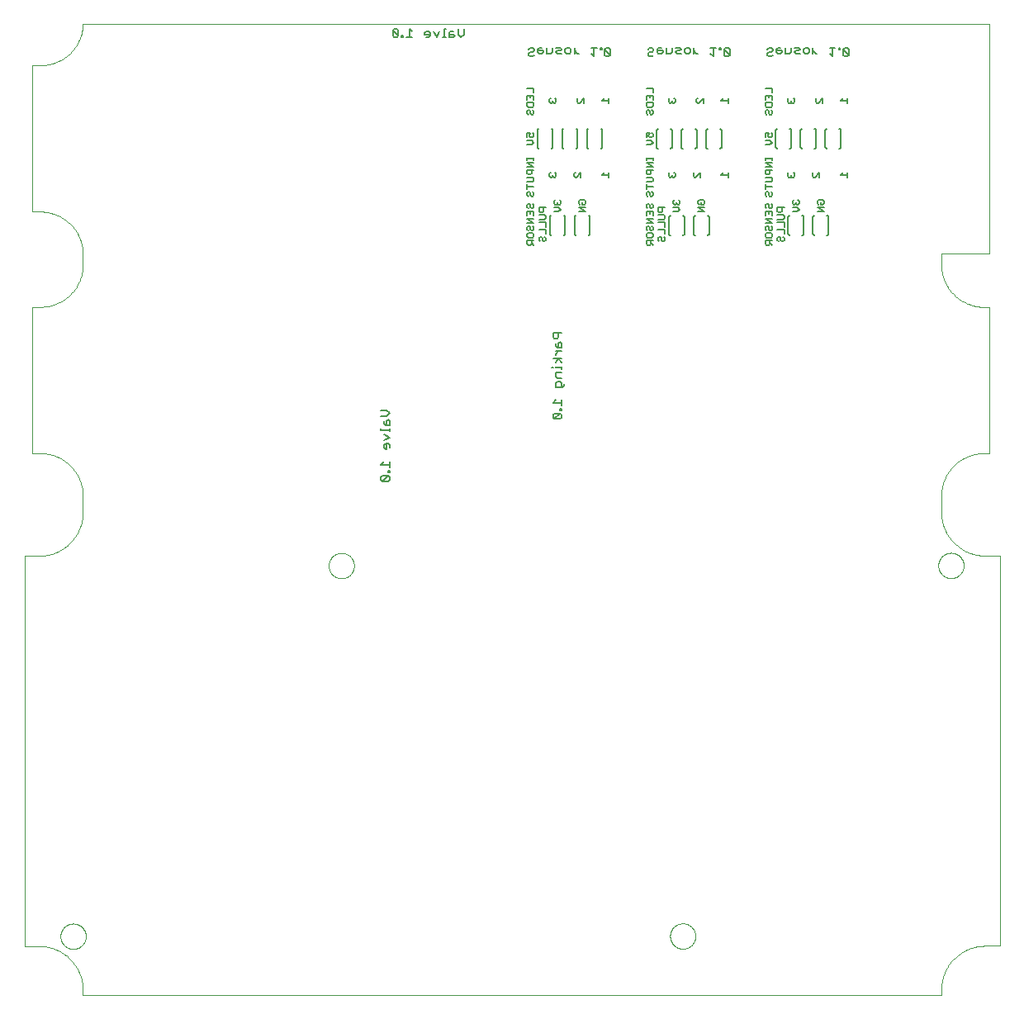
<source format=gbo>
G75*
%MOIN*%
%OFA0B0*%
%FSLAX25Y25*%
%IPPOS*%
%LPD*%
%AMOC8*
5,1,8,0,0,1.08239X$1,22.5*
%
%ADD10C,0.00000*%
%ADD11C,0.00600*%
%ADD12C,0.00500*%
D10*
X0008491Y0022031D02*
X0008919Y0022026D01*
X0009347Y0022010D01*
X0009774Y0021984D01*
X0010201Y0021948D01*
X0010627Y0021902D01*
X0011051Y0021845D01*
X0011474Y0021778D01*
X0011895Y0021701D01*
X0012314Y0021614D01*
X0012731Y0021516D01*
X0013145Y0021409D01*
X0013557Y0021291D01*
X0013966Y0021164D01*
X0014371Y0021027D01*
X0014774Y0020880D01*
X0015172Y0020723D01*
X0015567Y0020557D01*
X0015957Y0020381D01*
X0016343Y0020196D01*
X0016725Y0020002D01*
X0017101Y0019798D01*
X0017473Y0019586D01*
X0017839Y0019364D01*
X0018200Y0019134D01*
X0018555Y0018895D01*
X0018905Y0018647D01*
X0019248Y0018392D01*
X0019585Y0018127D01*
X0019916Y0017855D01*
X0020240Y0017575D01*
X0020557Y0017288D01*
X0020867Y0016992D01*
X0021169Y0016690D01*
X0021465Y0016380D01*
X0021752Y0016063D01*
X0022032Y0015739D01*
X0022304Y0015408D01*
X0022569Y0015071D01*
X0022824Y0014728D01*
X0023072Y0014378D01*
X0023311Y0014023D01*
X0023541Y0013662D01*
X0023763Y0013296D01*
X0023975Y0012924D01*
X0024179Y0012548D01*
X0024373Y0012166D01*
X0024558Y0011780D01*
X0024734Y0011390D01*
X0024900Y0010995D01*
X0025057Y0010597D01*
X0025204Y0010194D01*
X0025341Y0009789D01*
X0025468Y0009380D01*
X0025586Y0008968D01*
X0025693Y0008554D01*
X0025791Y0008137D01*
X0025878Y0007718D01*
X0025955Y0007297D01*
X0026022Y0006874D01*
X0026079Y0006450D01*
X0026125Y0006024D01*
X0026161Y0005597D01*
X0026187Y0005170D01*
X0026203Y0004742D01*
X0026208Y0004314D01*
X0026208Y0002375D01*
X0197133Y0002375D01*
X0201739Y0002375D01*
X0372664Y0002375D01*
X0372664Y0004373D01*
X0372669Y0004801D01*
X0372685Y0005229D01*
X0372711Y0005656D01*
X0372747Y0006083D01*
X0372793Y0006509D01*
X0372850Y0006933D01*
X0372917Y0007356D01*
X0372994Y0007777D01*
X0373081Y0008196D01*
X0373179Y0008613D01*
X0373286Y0009027D01*
X0373404Y0009439D01*
X0373531Y0009848D01*
X0373668Y0010253D01*
X0373815Y0010656D01*
X0373972Y0011054D01*
X0374138Y0011449D01*
X0374314Y0011839D01*
X0374499Y0012225D01*
X0374693Y0012607D01*
X0374897Y0012983D01*
X0375109Y0013355D01*
X0375331Y0013721D01*
X0375561Y0014082D01*
X0375800Y0014437D01*
X0376048Y0014787D01*
X0376303Y0015130D01*
X0376568Y0015467D01*
X0376840Y0015798D01*
X0377120Y0016122D01*
X0377407Y0016439D01*
X0377703Y0016749D01*
X0378005Y0017051D01*
X0378315Y0017347D01*
X0378632Y0017634D01*
X0378956Y0017914D01*
X0379287Y0018186D01*
X0379624Y0018451D01*
X0379967Y0018706D01*
X0380317Y0018954D01*
X0380672Y0019193D01*
X0381033Y0019423D01*
X0381399Y0019645D01*
X0381771Y0019857D01*
X0382147Y0020061D01*
X0382529Y0020255D01*
X0382915Y0020440D01*
X0383305Y0020616D01*
X0383700Y0020782D01*
X0384098Y0020939D01*
X0384501Y0021086D01*
X0384906Y0021223D01*
X0385315Y0021350D01*
X0385727Y0021468D01*
X0386141Y0021575D01*
X0386558Y0021673D01*
X0386977Y0021760D01*
X0387398Y0021837D01*
X0387821Y0021904D01*
X0388245Y0021961D01*
X0388671Y0022007D01*
X0389098Y0022043D01*
X0389525Y0022069D01*
X0389953Y0022085D01*
X0390381Y0022090D01*
X0396286Y0022090D01*
X0396286Y0179570D01*
X0390381Y0179570D01*
X0371483Y0175633D02*
X0371485Y0175776D01*
X0371491Y0175919D01*
X0371501Y0176061D01*
X0371515Y0176203D01*
X0371533Y0176345D01*
X0371555Y0176487D01*
X0371580Y0176627D01*
X0371610Y0176767D01*
X0371644Y0176906D01*
X0371681Y0177044D01*
X0371723Y0177181D01*
X0371768Y0177316D01*
X0371817Y0177450D01*
X0371869Y0177583D01*
X0371925Y0177715D01*
X0371985Y0177844D01*
X0372049Y0177972D01*
X0372116Y0178099D01*
X0372187Y0178223D01*
X0372261Y0178345D01*
X0372338Y0178465D01*
X0372419Y0178583D01*
X0372503Y0178699D01*
X0372590Y0178812D01*
X0372680Y0178923D01*
X0372774Y0179031D01*
X0372870Y0179137D01*
X0372969Y0179239D01*
X0373072Y0179339D01*
X0373176Y0179436D01*
X0373284Y0179531D01*
X0373394Y0179622D01*
X0373507Y0179710D01*
X0373622Y0179794D01*
X0373739Y0179876D01*
X0373859Y0179954D01*
X0373980Y0180029D01*
X0374104Y0180101D01*
X0374230Y0180169D01*
X0374357Y0180233D01*
X0374487Y0180294D01*
X0374618Y0180351D01*
X0374750Y0180405D01*
X0374884Y0180454D01*
X0375019Y0180501D01*
X0375156Y0180543D01*
X0375294Y0180581D01*
X0375432Y0180616D01*
X0375572Y0180646D01*
X0375712Y0180673D01*
X0375853Y0180696D01*
X0375995Y0180715D01*
X0376137Y0180730D01*
X0376280Y0180741D01*
X0376422Y0180748D01*
X0376565Y0180751D01*
X0376708Y0180750D01*
X0376851Y0180745D01*
X0376994Y0180736D01*
X0377136Y0180723D01*
X0377278Y0180706D01*
X0377419Y0180685D01*
X0377560Y0180660D01*
X0377700Y0180632D01*
X0377839Y0180599D01*
X0377977Y0180562D01*
X0378114Y0180522D01*
X0378250Y0180478D01*
X0378385Y0180430D01*
X0378518Y0180378D01*
X0378650Y0180323D01*
X0378780Y0180264D01*
X0378909Y0180201D01*
X0379035Y0180135D01*
X0379160Y0180065D01*
X0379283Y0179992D01*
X0379403Y0179916D01*
X0379522Y0179836D01*
X0379638Y0179752D01*
X0379752Y0179666D01*
X0379863Y0179576D01*
X0379972Y0179484D01*
X0380078Y0179388D01*
X0380182Y0179290D01*
X0380283Y0179188D01*
X0380380Y0179084D01*
X0380475Y0178977D01*
X0380567Y0178868D01*
X0380656Y0178756D01*
X0380742Y0178641D01*
X0380824Y0178525D01*
X0380903Y0178405D01*
X0380979Y0178284D01*
X0381051Y0178161D01*
X0381120Y0178036D01*
X0381185Y0177909D01*
X0381247Y0177780D01*
X0381305Y0177649D01*
X0381360Y0177517D01*
X0381410Y0177383D01*
X0381457Y0177248D01*
X0381501Y0177112D01*
X0381540Y0176975D01*
X0381575Y0176836D01*
X0381607Y0176697D01*
X0381635Y0176557D01*
X0381659Y0176416D01*
X0381679Y0176274D01*
X0381695Y0176132D01*
X0381707Y0175990D01*
X0381715Y0175847D01*
X0381719Y0175704D01*
X0381719Y0175562D01*
X0381715Y0175419D01*
X0381707Y0175276D01*
X0381695Y0175134D01*
X0381679Y0174992D01*
X0381659Y0174850D01*
X0381635Y0174709D01*
X0381607Y0174569D01*
X0381575Y0174430D01*
X0381540Y0174291D01*
X0381501Y0174154D01*
X0381457Y0174018D01*
X0381410Y0173883D01*
X0381360Y0173749D01*
X0381305Y0173617D01*
X0381247Y0173486D01*
X0381185Y0173357D01*
X0381120Y0173230D01*
X0381051Y0173105D01*
X0380979Y0172982D01*
X0380903Y0172861D01*
X0380824Y0172741D01*
X0380742Y0172625D01*
X0380656Y0172510D01*
X0380567Y0172398D01*
X0380475Y0172289D01*
X0380380Y0172182D01*
X0380283Y0172078D01*
X0380182Y0171976D01*
X0380078Y0171878D01*
X0379972Y0171782D01*
X0379863Y0171690D01*
X0379752Y0171600D01*
X0379638Y0171514D01*
X0379522Y0171430D01*
X0379403Y0171350D01*
X0379283Y0171274D01*
X0379160Y0171201D01*
X0379035Y0171131D01*
X0378909Y0171065D01*
X0378780Y0171002D01*
X0378650Y0170943D01*
X0378518Y0170888D01*
X0378385Y0170836D01*
X0378250Y0170788D01*
X0378114Y0170744D01*
X0377977Y0170704D01*
X0377839Y0170667D01*
X0377700Y0170634D01*
X0377560Y0170606D01*
X0377419Y0170581D01*
X0377278Y0170560D01*
X0377136Y0170543D01*
X0376994Y0170530D01*
X0376851Y0170521D01*
X0376708Y0170516D01*
X0376565Y0170515D01*
X0376422Y0170518D01*
X0376280Y0170525D01*
X0376137Y0170536D01*
X0375995Y0170551D01*
X0375853Y0170570D01*
X0375712Y0170593D01*
X0375572Y0170620D01*
X0375432Y0170650D01*
X0375294Y0170685D01*
X0375156Y0170723D01*
X0375019Y0170765D01*
X0374884Y0170812D01*
X0374750Y0170861D01*
X0374618Y0170915D01*
X0374487Y0170972D01*
X0374357Y0171033D01*
X0374230Y0171097D01*
X0374104Y0171165D01*
X0373980Y0171237D01*
X0373859Y0171312D01*
X0373739Y0171390D01*
X0373622Y0171472D01*
X0373507Y0171556D01*
X0373394Y0171644D01*
X0373284Y0171735D01*
X0373176Y0171830D01*
X0373072Y0171927D01*
X0372969Y0172027D01*
X0372870Y0172129D01*
X0372774Y0172235D01*
X0372680Y0172343D01*
X0372590Y0172454D01*
X0372503Y0172567D01*
X0372419Y0172683D01*
X0372338Y0172801D01*
X0372261Y0172921D01*
X0372187Y0173043D01*
X0372116Y0173167D01*
X0372049Y0173294D01*
X0371985Y0173422D01*
X0371925Y0173551D01*
X0371869Y0173683D01*
X0371817Y0173816D01*
X0371768Y0173950D01*
X0371723Y0174085D01*
X0371681Y0174222D01*
X0371644Y0174360D01*
X0371610Y0174499D01*
X0371580Y0174639D01*
X0371555Y0174779D01*
X0371533Y0174921D01*
X0371515Y0175063D01*
X0371501Y0175205D01*
X0371491Y0175347D01*
X0371485Y0175490D01*
X0371483Y0175633D01*
X0372664Y0197286D02*
X0372664Y0199225D01*
X0372664Y0204225D01*
X0372665Y0204225D02*
X0372682Y0204641D01*
X0372709Y0205056D01*
X0372747Y0205470D01*
X0372794Y0205884D01*
X0372851Y0206296D01*
X0372919Y0206706D01*
X0372996Y0207115D01*
X0373083Y0207522D01*
X0373180Y0207927D01*
X0373286Y0208329D01*
X0373402Y0208728D01*
X0373528Y0209125D01*
X0373664Y0209518D01*
X0373809Y0209908D01*
X0373963Y0210294D01*
X0374127Y0210677D01*
X0374299Y0211055D01*
X0374481Y0211430D01*
X0374672Y0211799D01*
X0374872Y0212164D01*
X0375080Y0212524D01*
X0375297Y0212879D01*
X0375523Y0213229D01*
X0375757Y0213573D01*
X0375999Y0213911D01*
X0376250Y0214243D01*
X0376508Y0214569D01*
X0376774Y0214889D01*
X0377048Y0215202D01*
X0377329Y0215509D01*
X0377618Y0215808D01*
X0377914Y0216101D01*
X0378216Y0216386D01*
X0378526Y0216664D01*
X0378842Y0216935D01*
X0379165Y0217197D01*
X0379494Y0217452D01*
X0379828Y0217699D01*
X0380169Y0217938D01*
X0380516Y0218168D01*
X0380868Y0218390D01*
X0381225Y0218603D01*
X0381587Y0218808D01*
X0381954Y0219004D01*
X0382326Y0219191D01*
X0382702Y0219368D01*
X0383082Y0219537D01*
X0383466Y0219697D01*
X0383854Y0219847D01*
X0384246Y0219987D01*
X0384641Y0220119D01*
X0385039Y0220240D01*
X0385439Y0220352D01*
X0385843Y0220455D01*
X0386248Y0220547D01*
X0386656Y0220630D01*
X0387066Y0220703D01*
X0387477Y0220765D01*
X0387889Y0220818D01*
X0388303Y0220861D01*
X0388718Y0220894D01*
X0389133Y0220917D01*
X0389549Y0220930D01*
X0389965Y0220933D01*
X0390381Y0220925D01*
X0390381Y0220926D02*
X0392118Y0220926D01*
X0392118Y0280006D01*
X0390381Y0280006D01*
X0390380Y0280006D02*
X0389964Y0279999D01*
X0389548Y0280002D01*
X0389132Y0280015D01*
X0388716Y0280038D01*
X0388301Y0280072D01*
X0387887Y0280115D01*
X0387475Y0280168D01*
X0387063Y0280231D01*
X0386653Y0280304D01*
X0386246Y0280387D01*
X0385840Y0280480D01*
X0385436Y0280583D01*
X0385035Y0280695D01*
X0384638Y0280817D01*
X0384243Y0280948D01*
X0383851Y0281089D01*
X0383463Y0281240D01*
X0383078Y0281400D01*
X0382698Y0281569D01*
X0382322Y0281747D01*
X0381950Y0281934D01*
X0381583Y0282130D01*
X0381221Y0282335D01*
X0380863Y0282549D01*
X0380511Y0282771D01*
X0380165Y0283002D01*
X0379824Y0283240D01*
X0379489Y0283488D01*
X0379160Y0283743D01*
X0378838Y0284006D01*
X0378521Y0284276D01*
X0378212Y0284555D01*
X0377909Y0284840D01*
X0377613Y0285133D01*
X0377325Y0285433D01*
X0377044Y0285740D01*
X0376770Y0286054D01*
X0376504Y0286374D01*
X0376246Y0286700D01*
X0375995Y0287033D01*
X0375753Y0287371D01*
X0375519Y0287716D01*
X0375293Y0288066D01*
X0375076Y0288421D01*
X0374868Y0288781D01*
X0374668Y0289146D01*
X0374478Y0289516D01*
X0374296Y0289891D01*
X0374123Y0290270D01*
X0373960Y0290652D01*
X0373806Y0291039D01*
X0373661Y0291429D01*
X0373526Y0291823D01*
X0373400Y0292220D01*
X0373284Y0292620D01*
X0373177Y0293022D01*
X0373081Y0293427D01*
X0372994Y0293834D01*
X0372917Y0294243D01*
X0372850Y0294654D01*
X0372793Y0295066D01*
X0372746Y0295480D01*
X0372708Y0295894D01*
X0372681Y0296310D01*
X0372664Y0296726D01*
X0372664Y0296725D02*
X0372664Y0301725D01*
X0392118Y0301725D01*
X0392118Y0394225D01*
X0348993Y0394225D01*
X0343993Y0394225D01*
X0300868Y0394225D01*
X0295868Y0394225D01*
X0252743Y0394225D01*
X0247743Y0394225D01*
X0204618Y0394225D01*
X0203993Y0394225D01*
X0199618Y0394225D01*
X0138368Y0394225D01*
X0133368Y0394225D01*
X0026208Y0394225D01*
X0026207Y0394226D02*
X0026190Y0393810D01*
X0026163Y0393395D01*
X0026125Y0392981D01*
X0026078Y0392567D01*
X0026021Y0392155D01*
X0025953Y0391745D01*
X0025876Y0391336D01*
X0025789Y0390929D01*
X0025692Y0390524D01*
X0025586Y0390122D01*
X0025470Y0389723D01*
X0025344Y0389326D01*
X0025208Y0388933D01*
X0025063Y0388543D01*
X0024909Y0388157D01*
X0024745Y0387774D01*
X0024573Y0387396D01*
X0024391Y0387021D01*
X0024200Y0386652D01*
X0024000Y0386287D01*
X0023792Y0385927D01*
X0023575Y0385572D01*
X0023349Y0385222D01*
X0023115Y0384878D01*
X0022873Y0384540D01*
X0022622Y0384208D01*
X0022364Y0383882D01*
X0022098Y0383562D01*
X0021824Y0383249D01*
X0021543Y0382942D01*
X0021254Y0382643D01*
X0020958Y0382350D01*
X0020656Y0382065D01*
X0020346Y0381787D01*
X0020030Y0381516D01*
X0019707Y0381254D01*
X0019378Y0380999D01*
X0019044Y0380752D01*
X0018703Y0380513D01*
X0018356Y0380283D01*
X0018004Y0380061D01*
X0017647Y0379848D01*
X0017285Y0379643D01*
X0016918Y0379447D01*
X0016546Y0379260D01*
X0016170Y0379083D01*
X0015790Y0378914D01*
X0015406Y0378754D01*
X0015018Y0378604D01*
X0014626Y0378464D01*
X0014231Y0378332D01*
X0013833Y0378211D01*
X0013433Y0378099D01*
X0013029Y0377996D01*
X0012624Y0377904D01*
X0012216Y0377821D01*
X0011806Y0377748D01*
X0011395Y0377686D01*
X0010983Y0377633D01*
X0010569Y0377590D01*
X0010154Y0377557D01*
X0009739Y0377534D01*
X0009323Y0377521D01*
X0008907Y0377518D01*
X0008491Y0377526D01*
X0008491Y0377525D02*
X0005868Y0377525D01*
X0005868Y0318445D01*
X0008491Y0318445D01*
X0008492Y0318445D02*
X0008914Y0318452D01*
X0009337Y0318449D01*
X0009759Y0318435D01*
X0010182Y0318411D01*
X0010603Y0318376D01*
X0011023Y0318332D01*
X0011442Y0318277D01*
X0011860Y0318211D01*
X0012276Y0318136D01*
X0012690Y0318050D01*
X0013102Y0317954D01*
X0013511Y0317848D01*
X0013918Y0317732D01*
X0014321Y0317606D01*
X0014722Y0317470D01*
X0015118Y0317325D01*
X0015512Y0317170D01*
X0015901Y0317005D01*
X0016286Y0316830D01*
X0016667Y0316647D01*
X0017043Y0316454D01*
X0017414Y0316251D01*
X0017780Y0316040D01*
X0018141Y0315820D01*
X0018497Y0315591D01*
X0018846Y0315353D01*
X0019190Y0315107D01*
X0019528Y0314853D01*
X0019859Y0314590D01*
X0020183Y0314319D01*
X0020501Y0314041D01*
X0020812Y0313754D01*
X0021116Y0313460D01*
X0021413Y0313159D01*
X0021702Y0312851D01*
X0021983Y0312535D01*
X0022257Y0312213D01*
X0022523Y0311884D01*
X0022780Y0311549D01*
X0023029Y0311207D01*
X0023270Y0310860D01*
X0023502Y0310506D01*
X0023725Y0310147D01*
X0023940Y0309783D01*
X0024145Y0309414D01*
X0024342Y0309039D01*
X0024529Y0308660D01*
X0024706Y0308276D01*
X0024875Y0307889D01*
X0025033Y0307497D01*
X0025182Y0307101D01*
X0025322Y0306702D01*
X0025451Y0306300D01*
X0025571Y0305894D01*
X0025680Y0305486D01*
X0025780Y0305075D01*
X0025869Y0304662D01*
X0025948Y0304246D01*
X0026017Y0303829D01*
X0026076Y0303411D01*
X0026124Y0302991D01*
X0026163Y0302570D01*
X0026190Y0302148D01*
X0026208Y0301725D01*
X0026208Y0296725D01*
X0026207Y0296726D02*
X0026190Y0296310D01*
X0026163Y0295895D01*
X0026125Y0295481D01*
X0026078Y0295067D01*
X0026021Y0294655D01*
X0025953Y0294245D01*
X0025876Y0293836D01*
X0025789Y0293429D01*
X0025692Y0293024D01*
X0025586Y0292622D01*
X0025470Y0292223D01*
X0025344Y0291826D01*
X0025208Y0291433D01*
X0025063Y0291043D01*
X0024909Y0290657D01*
X0024745Y0290274D01*
X0024573Y0289896D01*
X0024391Y0289521D01*
X0024200Y0289152D01*
X0024000Y0288787D01*
X0023792Y0288427D01*
X0023575Y0288072D01*
X0023349Y0287722D01*
X0023115Y0287378D01*
X0022873Y0287040D01*
X0022622Y0286708D01*
X0022364Y0286382D01*
X0022098Y0286062D01*
X0021824Y0285749D01*
X0021543Y0285442D01*
X0021254Y0285143D01*
X0020958Y0284850D01*
X0020656Y0284565D01*
X0020346Y0284287D01*
X0020030Y0284016D01*
X0019707Y0283754D01*
X0019378Y0283499D01*
X0019044Y0283252D01*
X0018703Y0283013D01*
X0018356Y0282783D01*
X0018004Y0282561D01*
X0017647Y0282348D01*
X0017285Y0282143D01*
X0016918Y0281947D01*
X0016546Y0281760D01*
X0016170Y0281583D01*
X0015790Y0281414D01*
X0015406Y0281254D01*
X0015018Y0281104D01*
X0014626Y0280964D01*
X0014231Y0280832D01*
X0013833Y0280711D01*
X0013433Y0280599D01*
X0013029Y0280496D01*
X0012624Y0280404D01*
X0012216Y0280321D01*
X0011806Y0280248D01*
X0011395Y0280186D01*
X0010983Y0280133D01*
X0010569Y0280090D01*
X0010154Y0280057D01*
X0009739Y0280034D01*
X0009323Y0280021D01*
X0008907Y0280018D01*
X0008491Y0280026D01*
X0008491Y0280025D02*
X0005868Y0280025D01*
X0005868Y0220945D01*
X0008491Y0220945D01*
X0026208Y0204225D02*
X0026208Y0199225D01*
X0026208Y0197227D01*
X0026203Y0196799D01*
X0026187Y0196371D01*
X0026161Y0195944D01*
X0026125Y0195517D01*
X0026079Y0195091D01*
X0026022Y0194667D01*
X0025955Y0194244D01*
X0025878Y0193823D01*
X0025791Y0193404D01*
X0025693Y0192987D01*
X0025586Y0192573D01*
X0025468Y0192161D01*
X0025341Y0191752D01*
X0025204Y0191347D01*
X0025057Y0190944D01*
X0024900Y0190546D01*
X0024734Y0190151D01*
X0024558Y0189761D01*
X0024373Y0189375D01*
X0024179Y0188993D01*
X0023975Y0188617D01*
X0023763Y0188245D01*
X0023541Y0187879D01*
X0023311Y0187518D01*
X0023072Y0187163D01*
X0022824Y0186813D01*
X0022569Y0186470D01*
X0022304Y0186133D01*
X0022032Y0185802D01*
X0021752Y0185478D01*
X0021465Y0185161D01*
X0021169Y0184851D01*
X0020867Y0184549D01*
X0020557Y0184253D01*
X0020240Y0183966D01*
X0019916Y0183686D01*
X0019585Y0183414D01*
X0019248Y0183149D01*
X0018905Y0182894D01*
X0018555Y0182646D01*
X0018200Y0182407D01*
X0017839Y0182177D01*
X0017473Y0181955D01*
X0017101Y0181743D01*
X0016725Y0181539D01*
X0016343Y0181345D01*
X0015957Y0181160D01*
X0015567Y0180984D01*
X0015172Y0180818D01*
X0014774Y0180661D01*
X0014371Y0180514D01*
X0013966Y0180377D01*
X0013557Y0180250D01*
X0013145Y0180132D01*
X0012731Y0180025D01*
X0012314Y0179927D01*
X0011895Y0179840D01*
X0011474Y0179763D01*
X0011051Y0179696D01*
X0010627Y0179639D01*
X0010201Y0179593D01*
X0009774Y0179557D01*
X0009347Y0179531D01*
X0008919Y0179515D01*
X0008491Y0179510D01*
X0008491Y0179511D02*
X0002586Y0179511D01*
X0002586Y0022031D01*
X0008491Y0022031D01*
X0017153Y0025968D02*
X0017155Y0026111D01*
X0017161Y0026254D01*
X0017171Y0026396D01*
X0017185Y0026538D01*
X0017203Y0026680D01*
X0017225Y0026822D01*
X0017250Y0026962D01*
X0017280Y0027102D01*
X0017314Y0027241D01*
X0017351Y0027379D01*
X0017393Y0027516D01*
X0017438Y0027651D01*
X0017487Y0027785D01*
X0017539Y0027918D01*
X0017595Y0028050D01*
X0017655Y0028179D01*
X0017719Y0028307D01*
X0017786Y0028434D01*
X0017857Y0028558D01*
X0017931Y0028680D01*
X0018008Y0028800D01*
X0018089Y0028918D01*
X0018173Y0029034D01*
X0018260Y0029147D01*
X0018350Y0029258D01*
X0018444Y0029366D01*
X0018540Y0029472D01*
X0018639Y0029574D01*
X0018742Y0029674D01*
X0018846Y0029771D01*
X0018954Y0029866D01*
X0019064Y0029957D01*
X0019177Y0030045D01*
X0019292Y0030129D01*
X0019409Y0030211D01*
X0019529Y0030289D01*
X0019650Y0030364D01*
X0019774Y0030436D01*
X0019900Y0030504D01*
X0020027Y0030568D01*
X0020157Y0030629D01*
X0020288Y0030686D01*
X0020420Y0030740D01*
X0020554Y0030789D01*
X0020689Y0030836D01*
X0020826Y0030878D01*
X0020964Y0030916D01*
X0021102Y0030951D01*
X0021242Y0030981D01*
X0021382Y0031008D01*
X0021523Y0031031D01*
X0021665Y0031050D01*
X0021807Y0031065D01*
X0021950Y0031076D01*
X0022092Y0031083D01*
X0022235Y0031086D01*
X0022378Y0031085D01*
X0022521Y0031080D01*
X0022664Y0031071D01*
X0022806Y0031058D01*
X0022948Y0031041D01*
X0023089Y0031020D01*
X0023230Y0030995D01*
X0023370Y0030967D01*
X0023509Y0030934D01*
X0023647Y0030897D01*
X0023784Y0030857D01*
X0023920Y0030813D01*
X0024055Y0030765D01*
X0024188Y0030713D01*
X0024320Y0030658D01*
X0024450Y0030599D01*
X0024579Y0030536D01*
X0024705Y0030470D01*
X0024830Y0030400D01*
X0024953Y0030327D01*
X0025073Y0030251D01*
X0025192Y0030171D01*
X0025308Y0030087D01*
X0025422Y0030001D01*
X0025533Y0029911D01*
X0025642Y0029819D01*
X0025748Y0029723D01*
X0025852Y0029625D01*
X0025953Y0029523D01*
X0026050Y0029419D01*
X0026145Y0029312D01*
X0026237Y0029203D01*
X0026326Y0029091D01*
X0026412Y0028976D01*
X0026494Y0028860D01*
X0026573Y0028740D01*
X0026649Y0028619D01*
X0026721Y0028496D01*
X0026790Y0028371D01*
X0026855Y0028244D01*
X0026917Y0028115D01*
X0026975Y0027984D01*
X0027030Y0027852D01*
X0027080Y0027718D01*
X0027127Y0027583D01*
X0027171Y0027447D01*
X0027210Y0027310D01*
X0027245Y0027171D01*
X0027277Y0027032D01*
X0027305Y0026892D01*
X0027329Y0026751D01*
X0027349Y0026609D01*
X0027365Y0026467D01*
X0027377Y0026325D01*
X0027385Y0026182D01*
X0027389Y0026039D01*
X0027389Y0025897D01*
X0027385Y0025754D01*
X0027377Y0025611D01*
X0027365Y0025469D01*
X0027349Y0025327D01*
X0027329Y0025185D01*
X0027305Y0025044D01*
X0027277Y0024904D01*
X0027245Y0024765D01*
X0027210Y0024626D01*
X0027171Y0024489D01*
X0027127Y0024353D01*
X0027080Y0024218D01*
X0027030Y0024084D01*
X0026975Y0023952D01*
X0026917Y0023821D01*
X0026855Y0023692D01*
X0026790Y0023565D01*
X0026721Y0023440D01*
X0026649Y0023317D01*
X0026573Y0023196D01*
X0026494Y0023076D01*
X0026412Y0022960D01*
X0026326Y0022845D01*
X0026237Y0022733D01*
X0026145Y0022624D01*
X0026050Y0022517D01*
X0025953Y0022413D01*
X0025852Y0022311D01*
X0025748Y0022213D01*
X0025642Y0022117D01*
X0025533Y0022025D01*
X0025422Y0021935D01*
X0025308Y0021849D01*
X0025192Y0021765D01*
X0025073Y0021685D01*
X0024953Y0021609D01*
X0024830Y0021536D01*
X0024705Y0021466D01*
X0024579Y0021400D01*
X0024450Y0021337D01*
X0024320Y0021278D01*
X0024188Y0021223D01*
X0024055Y0021171D01*
X0023920Y0021123D01*
X0023784Y0021079D01*
X0023647Y0021039D01*
X0023509Y0021002D01*
X0023370Y0020969D01*
X0023230Y0020941D01*
X0023089Y0020916D01*
X0022948Y0020895D01*
X0022806Y0020878D01*
X0022664Y0020865D01*
X0022521Y0020856D01*
X0022378Y0020851D01*
X0022235Y0020850D01*
X0022092Y0020853D01*
X0021950Y0020860D01*
X0021807Y0020871D01*
X0021665Y0020886D01*
X0021523Y0020905D01*
X0021382Y0020928D01*
X0021242Y0020955D01*
X0021102Y0020985D01*
X0020964Y0021020D01*
X0020826Y0021058D01*
X0020689Y0021100D01*
X0020554Y0021147D01*
X0020420Y0021196D01*
X0020288Y0021250D01*
X0020157Y0021307D01*
X0020027Y0021368D01*
X0019900Y0021432D01*
X0019774Y0021500D01*
X0019650Y0021572D01*
X0019529Y0021647D01*
X0019409Y0021725D01*
X0019292Y0021807D01*
X0019177Y0021891D01*
X0019064Y0021979D01*
X0018954Y0022070D01*
X0018846Y0022165D01*
X0018742Y0022262D01*
X0018639Y0022362D01*
X0018540Y0022464D01*
X0018444Y0022570D01*
X0018350Y0022678D01*
X0018260Y0022789D01*
X0018173Y0022902D01*
X0018089Y0023018D01*
X0018008Y0023136D01*
X0017931Y0023256D01*
X0017857Y0023378D01*
X0017786Y0023502D01*
X0017719Y0023629D01*
X0017655Y0023757D01*
X0017595Y0023886D01*
X0017539Y0024018D01*
X0017487Y0024151D01*
X0017438Y0024285D01*
X0017393Y0024420D01*
X0017351Y0024557D01*
X0017314Y0024695D01*
X0017280Y0024834D01*
X0017250Y0024974D01*
X0017225Y0025114D01*
X0017203Y0025256D01*
X0017185Y0025398D01*
X0017171Y0025540D01*
X0017161Y0025682D01*
X0017155Y0025825D01*
X0017153Y0025968D01*
X0125420Y0175574D02*
X0125422Y0175717D01*
X0125428Y0175860D01*
X0125438Y0176002D01*
X0125452Y0176144D01*
X0125470Y0176286D01*
X0125492Y0176428D01*
X0125517Y0176568D01*
X0125547Y0176708D01*
X0125581Y0176847D01*
X0125618Y0176985D01*
X0125660Y0177122D01*
X0125705Y0177257D01*
X0125754Y0177391D01*
X0125806Y0177524D01*
X0125862Y0177656D01*
X0125922Y0177785D01*
X0125986Y0177913D01*
X0126053Y0178040D01*
X0126124Y0178164D01*
X0126198Y0178286D01*
X0126275Y0178406D01*
X0126356Y0178524D01*
X0126440Y0178640D01*
X0126527Y0178753D01*
X0126617Y0178864D01*
X0126711Y0178972D01*
X0126807Y0179078D01*
X0126906Y0179180D01*
X0127009Y0179280D01*
X0127113Y0179377D01*
X0127221Y0179472D01*
X0127331Y0179563D01*
X0127444Y0179651D01*
X0127559Y0179735D01*
X0127676Y0179817D01*
X0127796Y0179895D01*
X0127917Y0179970D01*
X0128041Y0180042D01*
X0128167Y0180110D01*
X0128294Y0180174D01*
X0128424Y0180235D01*
X0128555Y0180292D01*
X0128687Y0180346D01*
X0128821Y0180395D01*
X0128956Y0180442D01*
X0129093Y0180484D01*
X0129231Y0180522D01*
X0129369Y0180557D01*
X0129509Y0180587D01*
X0129649Y0180614D01*
X0129790Y0180637D01*
X0129932Y0180656D01*
X0130074Y0180671D01*
X0130217Y0180682D01*
X0130359Y0180689D01*
X0130502Y0180692D01*
X0130645Y0180691D01*
X0130788Y0180686D01*
X0130931Y0180677D01*
X0131073Y0180664D01*
X0131215Y0180647D01*
X0131356Y0180626D01*
X0131497Y0180601D01*
X0131637Y0180573D01*
X0131776Y0180540D01*
X0131914Y0180503D01*
X0132051Y0180463D01*
X0132187Y0180419D01*
X0132322Y0180371D01*
X0132455Y0180319D01*
X0132587Y0180264D01*
X0132717Y0180205D01*
X0132846Y0180142D01*
X0132972Y0180076D01*
X0133097Y0180006D01*
X0133220Y0179933D01*
X0133340Y0179857D01*
X0133459Y0179777D01*
X0133575Y0179693D01*
X0133689Y0179607D01*
X0133800Y0179517D01*
X0133909Y0179425D01*
X0134015Y0179329D01*
X0134119Y0179231D01*
X0134220Y0179129D01*
X0134317Y0179025D01*
X0134412Y0178918D01*
X0134504Y0178809D01*
X0134593Y0178697D01*
X0134679Y0178582D01*
X0134761Y0178466D01*
X0134840Y0178346D01*
X0134916Y0178225D01*
X0134988Y0178102D01*
X0135057Y0177977D01*
X0135122Y0177850D01*
X0135184Y0177721D01*
X0135242Y0177590D01*
X0135297Y0177458D01*
X0135347Y0177324D01*
X0135394Y0177189D01*
X0135438Y0177053D01*
X0135477Y0176916D01*
X0135512Y0176777D01*
X0135544Y0176638D01*
X0135572Y0176498D01*
X0135596Y0176357D01*
X0135616Y0176215D01*
X0135632Y0176073D01*
X0135644Y0175931D01*
X0135652Y0175788D01*
X0135656Y0175645D01*
X0135656Y0175503D01*
X0135652Y0175360D01*
X0135644Y0175217D01*
X0135632Y0175075D01*
X0135616Y0174933D01*
X0135596Y0174791D01*
X0135572Y0174650D01*
X0135544Y0174510D01*
X0135512Y0174371D01*
X0135477Y0174232D01*
X0135438Y0174095D01*
X0135394Y0173959D01*
X0135347Y0173824D01*
X0135297Y0173690D01*
X0135242Y0173558D01*
X0135184Y0173427D01*
X0135122Y0173298D01*
X0135057Y0173171D01*
X0134988Y0173046D01*
X0134916Y0172923D01*
X0134840Y0172802D01*
X0134761Y0172682D01*
X0134679Y0172566D01*
X0134593Y0172451D01*
X0134504Y0172339D01*
X0134412Y0172230D01*
X0134317Y0172123D01*
X0134220Y0172019D01*
X0134119Y0171917D01*
X0134015Y0171819D01*
X0133909Y0171723D01*
X0133800Y0171631D01*
X0133689Y0171541D01*
X0133575Y0171455D01*
X0133459Y0171371D01*
X0133340Y0171291D01*
X0133220Y0171215D01*
X0133097Y0171142D01*
X0132972Y0171072D01*
X0132846Y0171006D01*
X0132717Y0170943D01*
X0132587Y0170884D01*
X0132455Y0170829D01*
X0132322Y0170777D01*
X0132187Y0170729D01*
X0132051Y0170685D01*
X0131914Y0170645D01*
X0131776Y0170608D01*
X0131637Y0170575D01*
X0131497Y0170547D01*
X0131356Y0170522D01*
X0131215Y0170501D01*
X0131073Y0170484D01*
X0130931Y0170471D01*
X0130788Y0170462D01*
X0130645Y0170457D01*
X0130502Y0170456D01*
X0130359Y0170459D01*
X0130217Y0170466D01*
X0130074Y0170477D01*
X0129932Y0170492D01*
X0129790Y0170511D01*
X0129649Y0170534D01*
X0129509Y0170561D01*
X0129369Y0170591D01*
X0129231Y0170626D01*
X0129093Y0170664D01*
X0128956Y0170706D01*
X0128821Y0170753D01*
X0128687Y0170802D01*
X0128555Y0170856D01*
X0128424Y0170913D01*
X0128294Y0170974D01*
X0128167Y0171038D01*
X0128041Y0171106D01*
X0127917Y0171178D01*
X0127796Y0171253D01*
X0127676Y0171331D01*
X0127559Y0171413D01*
X0127444Y0171497D01*
X0127331Y0171585D01*
X0127221Y0171676D01*
X0127113Y0171771D01*
X0127009Y0171868D01*
X0126906Y0171968D01*
X0126807Y0172070D01*
X0126711Y0172176D01*
X0126617Y0172284D01*
X0126527Y0172395D01*
X0126440Y0172508D01*
X0126356Y0172624D01*
X0126275Y0172742D01*
X0126198Y0172862D01*
X0126124Y0172984D01*
X0126053Y0173108D01*
X0125986Y0173235D01*
X0125922Y0173363D01*
X0125862Y0173492D01*
X0125806Y0173624D01*
X0125754Y0173757D01*
X0125705Y0173891D01*
X0125660Y0174026D01*
X0125618Y0174163D01*
X0125581Y0174301D01*
X0125547Y0174440D01*
X0125517Y0174580D01*
X0125492Y0174720D01*
X0125470Y0174862D01*
X0125452Y0175004D01*
X0125438Y0175146D01*
X0125428Y0175288D01*
X0125422Y0175431D01*
X0125420Y0175574D01*
X0026208Y0204225D02*
X0026190Y0204648D01*
X0026163Y0205070D01*
X0026124Y0205491D01*
X0026076Y0205911D01*
X0026017Y0206329D01*
X0025948Y0206746D01*
X0025869Y0207162D01*
X0025780Y0207575D01*
X0025680Y0207986D01*
X0025571Y0208394D01*
X0025451Y0208800D01*
X0025322Y0209202D01*
X0025182Y0209601D01*
X0025033Y0209997D01*
X0024875Y0210389D01*
X0024706Y0210776D01*
X0024529Y0211160D01*
X0024342Y0211539D01*
X0024145Y0211914D01*
X0023940Y0212283D01*
X0023725Y0212647D01*
X0023502Y0213006D01*
X0023270Y0213360D01*
X0023029Y0213707D01*
X0022780Y0214049D01*
X0022523Y0214384D01*
X0022257Y0214713D01*
X0021983Y0215035D01*
X0021702Y0215351D01*
X0021413Y0215659D01*
X0021116Y0215960D01*
X0020812Y0216254D01*
X0020501Y0216541D01*
X0020183Y0216819D01*
X0019859Y0217090D01*
X0019528Y0217353D01*
X0019190Y0217607D01*
X0018846Y0217853D01*
X0018497Y0218091D01*
X0018141Y0218320D01*
X0017780Y0218540D01*
X0017414Y0218751D01*
X0017043Y0218954D01*
X0016667Y0219147D01*
X0016286Y0219330D01*
X0015901Y0219505D01*
X0015512Y0219670D01*
X0015118Y0219825D01*
X0014722Y0219970D01*
X0014321Y0220106D01*
X0013918Y0220232D01*
X0013511Y0220348D01*
X0013102Y0220454D01*
X0012690Y0220550D01*
X0012276Y0220636D01*
X0011860Y0220711D01*
X0011442Y0220777D01*
X0011023Y0220832D01*
X0010603Y0220876D01*
X0010182Y0220911D01*
X0009759Y0220935D01*
X0009337Y0220949D01*
X0008914Y0220952D01*
X0008492Y0220945D01*
X0263216Y0026027D02*
X0263218Y0026170D01*
X0263224Y0026313D01*
X0263234Y0026455D01*
X0263248Y0026597D01*
X0263266Y0026739D01*
X0263288Y0026881D01*
X0263313Y0027021D01*
X0263343Y0027161D01*
X0263377Y0027300D01*
X0263414Y0027438D01*
X0263456Y0027575D01*
X0263501Y0027710D01*
X0263550Y0027844D01*
X0263602Y0027977D01*
X0263658Y0028109D01*
X0263718Y0028238D01*
X0263782Y0028366D01*
X0263849Y0028493D01*
X0263920Y0028617D01*
X0263994Y0028739D01*
X0264071Y0028859D01*
X0264152Y0028977D01*
X0264236Y0029093D01*
X0264323Y0029206D01*
X0264413Y0029317D01*
X0264507Y0029425D01*
X0264603Y0029531D01*
X0264702Y0029633D01*
X0264805Y0029733D01*
X0264909Y0029830D01*
X0265017Y0029925D01*
X0265127Y0030016D01*
X0265240Y0030104D01*
X0265355Y0030188D01*
X0265472Y0030270D01*
X0265592Y0030348D01*
X0265713Y0030423D01*
X0265837Y0030495D01*
X0265963Y0030563D01*
X0266090Y0030627D01*
X0266220Y0030688D01*
X0266351Y0030745D01*
X0266483Y0030799D01*
X0266617Y0030848D01*
X0266752Y0030895D01*
X0266889Y0030937D01*
X0267027Y0030975D01*
X0267165Y0031010D01*
X0267305Y0031040D01*
X0267445Y0031067D01*
X0267586Y0031090D01*
X0267728Y0031109D01*
X0267870Y0031124D01*
X0268013Y0031135D01*
X0268155Y0031142D01*
X0268298Y0031145D01*
X0268441Y0031144D01*
X0268584Y0031139D01*
X0268727Y0031130D01*
X0268869Y0031117D01*
X0269011Y0031100D01*
X0269152Y0031079D01*
X0269293Y0031054D01*
X0269433Y0031026D01*
X0269572Y0030993D01*
X0269710Y0030956D01*
X0269847Y0030916D01*
X0269983Y0030872D01*
X0270118Y0030824D01*
X0270251Y0030772D01*
X0270383Y0030717D01*
X0270513Y0030658D01*
X0270642Y0030595D01*
X0270768Y0030529D01*
X0270893Y0030459D01*
X0271016Y0030386D01*
X0271136Y0030310D01*
X0271255Y0030230D01*
X0271371Y0030146D01*
X0271485Y0030060D01*
X0271596Y0029970D01*
X0271705Y0029878D01*
X0271811Y0029782D01*
X0271915Y0029684D01*
X0272016Y0029582D01*
X0272113Y0029478D01*
X0272208Y0029371D01*
X0272300Y0029262D01*
X0272389Y0029150D01*
X0272475Y0029035D01*
X0272557Y0028919D01*
X0272636Y0028799D01*
X0272712Y0028678D01*
X0272784Y0028555D01*
X0272853Y0028430D01*
X0272918Y0028303D01*
X0272980Y0028174D01*
X0273038Y0028043D01*
X0273093Y0027911D01*
X0273143Y0027777D01*
X0273190Y0027642D01*
X0273234Y0027506D01*
X0273273Y0027369D01*
X0273308Y0027230D01*
X0273340Y0027091D01*
X0273368Y0026951D01*
X0273392Y0026810D01*
X0273412Y0026668D01*
X0273428Y0026526D01*
X0273440Y0026384D01*
X0273448Y0026241D01*
X0273452Y0026098D01*
X0273452Y0025956D01*
X0273448Y0025813D01*
X0273440Y0025670D01*
X0273428Y0025528D01*
X0273412Y0025386D01*
X0273392Y0025244D01*
X0273368Y0025103D01*
X0273340Y0024963D01*
X0273308Y0024824D01*
X0273273Y0024685D01*
X0273234Y0024548D01*
X0273190Y0024412D01*
X0273143Y0024277D01*
X0273093Y0024143D01*
X0273038Y0024011D01*
X0272980Y0023880D01*
X0272918Y0023751D01*
X0272853Y0023624D01*
X0272784Y0023499D01*
X0272712Y0023376D01*
X0272636Y0023255D01*
X0272557Y0023135D01*
X0272475Y0023019D01*
X0272389Y0022904D01*
X0272300Y0022792D01*
X0272208Y0022683D01*
X0272113Y0022576D01*
X0272016Y0022472D01*
X0271915Y0022370D01*
X0271811Y0022272D01*
X0271705Y0022176D01*
X0271596Y0022084D01*
X0271485Y0021994D01*
X0271371Y0021908D01*
X0271255Y0021824D01*
X0271136Y0021744D01*
X0271016Y0021668D01*
X0270893Y0021595D01*
X0270768Y0021525D01*
X0270642Y0021459D01*
X0270513Y0021396D01*
X0270383Y0021337D01*
X0270251Y0021282D01*
X0270118Y0021230D01*
X0269983Y0021182D01*
X0269847Y0021138D01*
X0269710Y0021098D01*
X0269572Y0021061D01*
X0269433Y0021028D01*
X0269293Y0021000D01*
X0269152Y0020975D01*
X0269011Y0020954D01*
X0268869Y0020937D01*
X0268727Y0020924D01*
X0268584Y0020915D01*
X0268441Y0020910D01*
X0268298Y0020909D01*
X0268155Y0020912D01*
X0268013Y0020919D01*
X0267870Y0020930D01*
X0267728Y0020945D01*
X0267586Y0020964D01*
X0267445Y0020987D01*
X0267305Y0021014D01*
X0267165Y0021044D01*
X0267027Y0021079D01*
X0266889Y0021117D01*
X0266752Y0021159D01*
X0266617Y0021206D01*
X0266483Y0021255D01*
X0266351Y0021309D01*
X0266220Y0021366D01*
X0266090Y0021427D01*
X0265963Y0021491D01*
X0265837Y0021559D01*
X0265713Y0021631D01*
X0265592Y0021706D01*
X0265472Y0021784D01*
X0265355Y0021866D01*
X0265240Y0021950D01*
X0265127Y0022038D01*
X0265017Y0022129D01*
X0264909Y0022224D01*
X0264805Y0022321D01*
X0264702Y0022421D01*
X0264603Y0022523D01*
X0264507Y0022629D01*
X0264413Y0022737D01*
X0264323Y0022848D01*
X0264236Y0022961D01*
X0264152Y0023077D01*
X0264071Y0023195D01*
X0263994Y0023315D01*
X0263920Y0023437D01*
X0263849Y0023561D01*
X0263782Y0023688D01*
X0263718Y0023816D01*
X0263658Y0023945D01*
X0263602Y0024077D01*
X0263550Y0024210D01*
X0263501Y0024344D01*
X0263456Y0024479D01*
X0263414Y0024616D01*
X0263377Y0024754D01*
X0263343Y0024893D01*
X0263313Y0025033D01*
X0263288Y0025173D01*
X0263266Y0025315D01*
X0263248Y0025457D01*
X0263234Y0025599D01*
X0263224Y0025741D01*
X0263218Y0025884D01*
X0263216Y0026027D01*
X0390381Y0179569D02*
X0389953Y0179574D01*
X0389525Y0179590D01*
X0389098Y0179616D01*
X0388671Y0179652D01*
X0388245Y0179698D01*
X0387821Y0179755D01*
X0387398Y0179822D01*
X0386977Y0179899D01*
X0386558Y0179986D01*
X0386141Y0180084D01*
X0385727Y0180191D01*
X0385315Y0180309D01*
X0384906Y0180436D01*
X0384501Y0180573D01*
X0384098Y0180720D01*
X0383700Y0180877D01*
X0383305Y0181043D01*
X0382915Y0181219D01*
X0382529Y0181404D01*
X0382147Y0181598D01*
X0381771Y0181802D01*
X0381399Y0182014D01*
X0381033Y0182236D01*
X0380672Y0182466D01*
X0380317Y0182705D01*
X0379967Y0182953D01*
X0379624Y0183208D01*
X0379287Y0183473D01*
X0378956Y0183745D01*
X0378632Y0184025D01*
X0378315Y0184312D01*
X0378005Y0184608D01*
X0377703Y0184910D01*
X0377407Y0185220D01*
X0377120Y0185537D01*
X0376840Y0185861D01*
X0376568Y0186192D01*
X0376303Y0186529D01*
X0376048Y0186872D01*
X0375800Y0187222D01*
X0375561Y0187577D01*
X0375331Y0187938D01*
X0375109Y0188304D01*
X0374897Y0188676D01*
X0374693Y0189052D01*
X0374499Y0189434D01*
X0374314Y0189820D01*
X0374138Y0190210D01*
X0373972Y0190605D01*
X0373815Y0191003D01*
X0373668Y0191406D01*
X0373531Y0191811D01*
X0373404Y0192220D01*
X0373286Y0192632D01*
X0373179Y0193046D01*
X0373081Y0193463D01*
X0372994Y0193882D01*
X0372917Y0194303D01*
X0372850Y0194726D01*
X0372793Y0195150D01*
X0372747Y0195576D01*
X0372711Y0196003D01*
X0372685Y0196430D01*
X0372669Y0196858D01*
X0372664Y0197286D01*
D11*
X0219318Y0235315D02*
X0219318Y0236449D01*
X0218751Y0237016D01*
X0216482Y0234747D01*
X0218751Y0234747D01*
X0219318Y0235315D01*
X0218751Y0237016D02*
X0216482Y0237016D01*
X0215915Y0236449D01*
X0215915Y0235315D01*
X0216482Y0234747D01*
X0218751Y0238290D02*
X0219318Y0238290D01*
X0219318Y0238858D01*
X0218751Y0238858D01*
X0218751Y0238290D01*
X0219318Y0240272D02*
X0219318Y0242541D01*
X0219318Y0241406D02*
X0215915Y0241406D01*
X0217049Y0242541D01*
X0217049Y0247638D02*
X0217049Y0249340D01*
X0217617Y0249907D01*
X0218751Y0249907D01*
X0219318Y0249340D01*
X0219318Y0247638D01*
X0219885Y0247638D02*
X0217049Y0247638D01*
X0219885Y0247638D02*
X0220452Y0248206D01*
X0220452Y0248773D01*
X0219318Y0251322D02*
X0217617Y0251322D01*
X0217049Y0251889D01*
X0217049Y0253590D01*
X0219318Y0253590D01*
X0219318Y0254911D02*
X0219318Y0256046D01*
X0219318Y0255478D02*
X0217049Y0255478D01*
X0217049Y0256046D01*
X0215915Y0255478D02*
X0215348Y0255478D01*
X0217049Y0257413D02*
X0218184Y0259115D01*
X0219318Y0257413D01*
X0219318Y0259115D02*
X0215915Y0259115D01*
X0217049Y0260483D02*
X0217049Y0261050D01*
X0218184Y0262184D01*
X0219318Y0262184D02*
X0217049Y0262184D01*
X0217617Y0263599D02*
X0217049Y0264166D01*
X0217049Y0265300D01*
X0218184Y0265300D02*
X0218184Y0263599D01*
X0217617Y0263599D02*
X0219318Y0263599D01*
X0219318Y0265300D01*
X0218751Y0265867D01*
X0218184Y0265300D01*
X0217617Y0267282D02*
X0218184Y0267849D01*
X0218184Y0269550D01*
X0219318Y0269550D02*
X0215915Y0269550D01*
X0215915Y0267849D01*
X0216482Y0267282D01*
X0217617Y0267282D01*
X0149943Y0237166D02*
X0148809Y0236032D01*
X0146540Y0236032D01*
X0146540Y0238300D02*
X0148809Y0238300D01*
X0149943Y0237166D01*
X0149376Y0234617D02*
X0148809Y0234050D01*
X0148809Y0232349D01*
X0148242Y0232349D02*
X0149943Y0232349D01*
X0149943Y0234050D01*
X0149376Y0234617D01*
X0147674Y0234050D02*
X0147674Y0232916D01*
X0148242Y0232349D01*
X0149943Y0230934D02*
X0149943Y0229800D01*
X0149943Y0230367D02*
X0146540Y0230367D01*
X0146540Y0230934D01*
X0147674Y0228479D02*
X0149943Y0227344D01*
X0147674Y0226210D01*
X0148242Y0224796D02*
X0147674Y0224228D01*
X0147674Y0223094D01*
X0148242Y0222527D01*
X0148809Y0222527D01*
X0148809Y0224796D01*
X0149376Y0224796D02*
X0148242Y0224796D01*
X0149376Y0224796D02*
X0149943Y0224228D01*
X0149943Y0223094D01*
X0149943Y0217429D02*
X0149943Y0215161D01*
X0149943Y0216295D02*
X0146540Y0216295D01*
X0147674Y0217429D01*
X0149376Y0213746D02*
X0149376Y0213179D01*
X0149943Y0213179D01*
X0149943Y0213746D01*
X0149376Y0213746D01*
X0149376Y0211905D02*
X0147107Y0209636D01*
X0149376Y0209636D01*
X0149943Y0210203D01*
X0149943Y0211337D01*
X0149376Y0211905D01*
X0147107Y0211905D01*
X0146540Y0211337D01*
X0146540Y0210203D01*
X0147107Y0209636D01*
X0206735Y0381147D02*
X0206168Y0381715D01*
X0206168Y0382282D01*
X0206735Y0382849D01*
X0207869Y0382849D01*
X0208437Y0383416D01*
X0208437Y0383983D01*
X0207869Y0384550D01*
X0206735Y0384550D01*
X0206168Y0383983D01*
X0206735Y0381147D02*
X0207869Y0381147D01*
X0208437Y0381715D01*
X0209851Y0382849D02*
X0209851Y0383983D01*
X0210418Y0384550D01*
X0211553Y0384550D01*
X0212120Y0383416D02*
X0209851Y0383416D01*
X0209851Y0382849D02*
X0210418Y0382282D01*
X0211553Y0382282D01*
X0212120Y0382849D01*
X0212120Y0383416D01*
X0213534Y0384550D02*
X0213534Y0382282D01*
X0215236Y0382282D01*
X0215803Y0382849D01*
X0215803Y0384550D01*
X0217217Y0384550D02*
X0218919Y0384550D01*
X0219486Y0383983D01*
X0218919Y0383416D01*
X0217785Y0383416D01*
X0217217Y0382849D01*
X0217785Y0382282D01*
X0219486Y0382282D01*
X0220901Y0382849D02*
X0220901Y0383983D01*
X0221468Y0384550D01*
X0222602Y0384550D01*
X0223169Y0383983D01*
X0223169Y0382849D01*
X0222602Y0382282D01*
X0221468Y0382282D01*
X0220901Y0382849D01*
X0224584Y0383416D02*
X0225718Y0382282D01*
X0226285Y0382282D01*
X0224584Y0382282D02*
X0224584Y0384550D01*
X0231336Y0384550D02*
X0233605Y0384550D01*
X0232470Y0384550D02*
X0232470Y0381147D01*
X0231336Y0382282D01*
X0235019Y0383983D02*
X0235586Y0383983D01*
X0235586Y0384550D01*
X0235019Y0384550D01*
X0235019Y0383983D01*
X0236861Y0383983D02*
X0239129Y0381715D01*
X0239129Y0383983D01*
X0238562Y0384550D01*
X0237428Y0384550D01*
X0236861Y0383983D01*
X0236861Y0381715D01*
X0237428Y0381147D01*
X0238562Y0381147D01*
X0239129Y0381715D01*
X0254293Y0381715D02*
X0254293Y0382282D01*
X0254860Y0382849D01*
X0255994Y0382849D01*
X0256562Y0383416D01*
X0256562Y0383983D01*
X0255994Y0384550D01*
X0254860Y0384550D01*
X0254293Y0383983D01*
X0254293Y0381715D02*
X0254860Y0381147D01*
X0255994Y0381147D01*
X0256562Y0381715D01*
X0257976Y0382849D02*
X0257976Y0383983D01*
X0258543Y0384550D01*
X0259678Y0384550D01*
X0260245Y0383416D02*
X0257976Y0383416D01*
X0257976Y0382849D02*
X0258543Y0382282D01*
X0259678Y0382282D01*
X0260245Y0382849D01*
X0260245Y0383416D01*
X0261659Y0382282D02*
X0263361Y0382282D01*
X0263928Y0382849D01*
X0263928Y0384550D01*
X0265342Y0384550D02*
X0267044Y0384550D01*
X0267611Y0383983D01*
X0267044Y0383416D01*
X0265910Y0383416D01*
X0265342Y0382849D01*
X0265910Y0382282D01*
X0267611Y0382282D01*
X0269026Y0382849D02*
X0269026Y0383983D01*
X0269593Y0384550D01*
X0270727Y0384550D01*
X0271294Y0383983D01*
X0271294Y0382849D01*
X0270727Y0382282D01*
X0269593Y0382282D01*
X0269026Y0382849D01*
X0272709Y0383416D02*
X0273843Y0382282D01*
X0274410Y0382282D01*
X0272709Y0382282D02*
X0272709Y0384550D01*
X0279461Y0384550D02*
X0281730Y0384550D01*
X0280595Y0384550D02*
X0280595Y0381147D01*
X0279461Y0382282D01*
X0283144Y0383983D02*
X0283711Y0383983D01*
X0283711Y0384550D01*
X0283144Y0384550D01*
X0283144Y0383983D01*
X0284986Y0383983D02*
X0287254Y0381715D01*
X0287254Y0383983D01*
X0286687Y0384550D01*
X0285553Y0384550D01*
X0284986Y0383983D01*
X0284986Y0381715D01*
X0285553Y0381147D01*
X0286687Y0381147D01*
X0287254Y0381715D01*
X0302418Y0381715D02*
X0302418Y0382282D01*
X0302985Y0382849D01*
X0304119Y0382849D01*
X0304687Y0383416D01*
X0304687Y0383983D01*
X0304119Y0384550D01*
X0302985Y0384550D01*
X0302418Y0383983D01*
X0302418Y0381715D02*
X0302985Y0381147D01*
X0304119Y0381147D01*
X0304687Y0381715D01*
X0306101Y0382849D02*
X0306101Y0383983D01*
X0306668Y0384550D01*
X0307803Y0384550D01*
X0308370Y0383416D02*
X0306101Y0383416D01*
X0306101Y0382849D02*
X0306668Y0382282D01*
X0307803Y0382282D01*
X0308370Y0382849D01*
X0308370Y0383416D01*
X0309784Y0382282D02*
X0311486Y0382282D01*
X0312053Y0382849D01*
X0312053Y0384550D01*
X0313467Y0384550D02*
X0315169Y0384550D01*
X0315736Y0383983D01*
X0315169Y0383416D01*
X0314035Y0383416D01*
X0313467Y0382849D01*
X0314035Y0382282D01*
X0315736Y0382282D01*
X0317151Y0382849D02*
X0317151Y0383983D01*
X0317718Y0384550D01*
X0318852Y0384550D01*
X0319419Y0383983D01*
X0319419Y0382849D01*
X0318852Y0382282D01*
X0317718Y0382282D01*
X0317151Y0382849D01*
X0320834Y0383416D02*
X0321968Y0382282D01*
X0322535Y0382282D01*
X0320834Y0382282D02*
X0320834Y0384550D01*
X0327586Y0384550D02*
X0329855Y0384550D01*
X0328720Y0384550D02*
X0328720Y0381147D01*
X0327586Y0382282D01*
X0331269Y0383983D02*
X0331836Y0383983D01*
X0331836Y0384550D01*
X0331269Y0384550D01*
X0331269Y0383983D01*
X0333111Y0383983D02*
X0335379Y0381715D01*
X0335379Y0383983D01*
X0334812Y0384550D01*
X0333678Y0384550D01*
X0333111Y0383983D01*
X0333111Y0381715D01*
X0333678Y0381147D01*
X0334812Y0381147D01*
X0335379Y0381715D01*
X0309784Y0382282D02*
X0309784Y0384550D01*
X0261659Y0384550D02*
X0261659Y0382282D01*
X0179943Y0390035D02*
X0178809Y0388900D01*
X0177674Y0390035D01*
X0177674Y0392303D01*
X0179943Y0392303D02*
X0179943Y0390035D01*
X0176260Y0389468D02*
X0175693Y0390035D01*
X0173991Y0390035D01*
X0173991Y0390602D02*
X0173991Y0388900D01*
X0175693Y0388900D01*
X0176260Y0389468D01*
X0175693Y0391169D02*
X0174558Y0391169D01*
X0173991Y0390602D01*
X0172577Y0392303D02*
X0172010Y0392303D01*
X0172010Y0388900D01*
X0172577Y0388900D02*
X0171442Y0388900D01*
X0168987Y0388900D02*
X0170121Y0391169D01*
X0167853Y0391169D02*
X0168987Y0388900D01*
X0166438Y0389468D02*
X0166438Y0390602D01*
X0165871Y0391169D01*
X0164737Y0391169D01*
X0164170Y0390602D01*
X0164170Y0390035D01*
X0166438Y0390035D01*
X0166438Y0389468D02*
X0165871Y0388900D01*
X0164737Y0388900D01*
X0159072Y0388900D02*
X0156803Y0388900D01*
X0157938Y0388900D02*
X0157938Y0392303D01*
X0159072Y0391169D01*
X0155389Y0389468D02*
X0154822Y0389468D01*
X0154822Y0388900D01*
X0155389Y0388900D01*
X0155389Y0389468D01*
X0153547Y0389468D02*
X0151279Y0391736D01*
X0151279Y0389468D01*
X0151846Y0388900D01*
X0152980Y0388900D01*
X0153547Y0389468D01*
X0153547Y0391736D01*
X0152980Y0392303D01*
X0151846Y0392303D01*
X0151279Y0391736D01*
D12*
X0205491Y0368350D02*
X0208193Y0368350D01*
X0208193Y0366549D01*
X0208193Y0365404D02*
X0208193Y0363602D01*
X0208193Y0362457D02*
X0208193Y0361106D01*
X0207743Y0360656D01*
X0205941Y0360656D01*
X0205491Y0361106D01*
X0205491Y0362457D01*
X0208193Y0362457D01*
X0206842Y0364503D02*
X0206842Y0365404D01*
X0205491Y0365404D02*
X0208193Y0365404D01*
X0205491Y0365404D02*
X0205491Y0363602D01*
X0205941Y0359511D02*
X0206391Y0359511D01*
X0206842Y0359060D01*
X0206842Y0358160D01*
X0207292Y0357709D01*
X0207743Y0357709D01*
X0208193Y0358160D01*
X0208193Y0359060D01*
X0207743Y0359511D01*
X0205941Y0359511D02*
X0205491Y0359060D01*
X0205491Y0358160D01*
X0205941Y0357709D01*
X0205491Y0350225D02*
X0206842Y0350225D01*
X0206391Y0349325D01*
X0206391Y0348874D01*
X0206842Y0348424D01*
X0207743Y0348424D01*
X0208193Y0348874D01*
X0208193Y0349775D01*
X0207743Y0350225D01*
X0209606Y0351025D02*
X0209606Y0344726D01*
X0209604Y0344679D01*
X0209605Y0344631D01*
X0209610Y0344584D01*
X0209619Y0344537D01*
X0209631Y0344491D01*
X0209646Y0344446D01*
X0209665Y0344402D01*
X0209686Y0344360D01*
X0209711Y0344319D01*
X0209739Y0344281D01*
X0209770Y0344245D01*
X0209803Y0344211D01*
X0209839Y0344179D01*
X0209877Y0344151D01*
X0209917Y0344125D01*
X0209959Y0344102D01*
X0210002Y0344083D01*
X0210047Y0344067D01*
X0210093Y0344054D01*
X0210140Y0344045D01*
X0210187Y0344039D01*
X0208193Y0346378D02*
X0207292Y0345477D01*
X0205491Y0345477D01*
X0205491Y0347279D02*
X0207292Y0347279D01*
X0208193Y0346378D01*
X0205491Y0348424D02*
X0205491Y0350225D01*
X0209606Y0351025D02*
X0209597Y0351078D01*
X0209591Y0351131D01*
X0209590Y0351184D01*
X0209592Y0351238D01*
X0209599Y0351291D01*
X0209609Y0351344D01*
X0209622Y0351395D01*
X0209640Y0351446D01*
X0209660Y0351495D01*
X0209685Y0351543D01*
X0209713Y0351589D01*
X0209743Y0351633D01*
X0209777Y0351674D01*
X0209814Y0351713D01*
X0209854Y0351749D01*
X0209896Y0351782D01*
X0209940Y0351812D01*
X0209986Y0351839D01*
X0210034Y0351863D01*
X0210084Y0351883D01*
X0210135Y0351899D01*
X0210187Y0351912D01*
X0215299Y0351912D02*
X0215350Y0351903D01*
X0215400Y0351889D01*
X0215449Y0351872D01*
X0215496Y0351851D01*
X0215542Y0351827D01*
X0215586Y0351800D01*
X0215627Y0351769D01*
X0215667Y0351735D01*
X0215703Y0351699D01*
X0215737Y0351659D01*
X0215768Y0351618D01*
X0215795Y0351574D01*
X0215819Y0351528D01*
X0215840Y0351481D01*
X0215857Y0351432D01*
X0215871Y0351382D01*
X0215880Y0351331D01*
X0215886Y0351280D01*
X0215888Y0351228D01*
X0215886Y0351176D01*
X0215880Y0351125D01*
X0215880Y0344826D01*
X0215886Y0344775D01*
X0215888Y0344723D01*
X0215886Y0344671D01*
X0215880Y0344620D01*
X0215871Y0344569D01*
X0215857Y0344519D01*
X0215840Y0344470D01*
X0215819Y0344423D01*
X0215795Y0344377D01*
X0215768Y0344333D01*
X0215737Y0344292D01*
X0215703Y0344252D01*
X0215667Y0344216D01*
X0215627Y0344182D01*
X0215586Y0344151D01*
X0215542Y0344124D01*
X0215496Y0344100D01*
X0215449Y0344079D01*
X0215400Y0344062D01*
X0215350Y0344048D01*
X0215299Y0344039D01*
X0219606Y0344726D02*
X0219606Y0351025D01*
X0219597Y0351078D01*
X0219591Y0351131D01*
X0219590Y0351184D01*
X0219592Y0351238D01*
X0219599Y0351291D01*
X0219609Y0351344D01*
X0219622Y0351395D01*
X0219640Y0351446D01*
X0219660Y0351495D01*
X0219685Y0351543D01*
X0219713Y0351589D01*
X0219743Y0351633D01*
X0219777Y0351674D01*
X0219814Y0351713D01*
X0219854Y0351749D01*
X0219896Y0351782D01*
X0219940Y0351812D01*
X0219986Y0351839D01*
X0220034Y0351863D01*
X0220084Y0351883D01*
X0220135Y0351899D01*
X0220187Y0351912D01*
X0225299Y0351912D02*
X0225350Y0351903D01*
X0225400Y0351889D01*
X0225449Y0351872D01*
X0225496Y0351851D01*
X0225542Y0351827D01*
X0225586Y0351800D01*
X0225627Y0351769D01*
X0225667Y0351735D01*
X0225703Y0351699D01*
X0225737Y0351659D01*
X0225768Y0351618D01*
X0225795Y0351574D01*
X0225819Y0351528D01*
X0225840Y0351481D01*
X0225857Y0351432D01*
X0225871Y0351382D01*
X0225880Y0351331D01*
X0225886Y0351280D01*
X0225888Y0351228D01*
X0225886Y0351176D01*
X0225880Y0351125D01*
X0225880Y0344826D01*
X0225886Y0344775D01*
X0225888Y0344723D01*
X0225886Y0344671D01*
X0225880Y0344620D01*
X0225871Y0344569D01*
X0225857Y0344519D01*
X0225840Y0344470D01*
X0225819Y0344423D01*
X0225795Y0344377D01*
X0225768Y0344333D01*
X0225737Y0344292D01*
X0225703Y0344252D01*
X0225667Y0344216D01*
X0225627Y0344182D01*
X0225586Y0344151D01*
X0225542Y0344124D01*
X0225496Y0344100D01*
X0225449Y0344079D01*
X0225400Y0344062D01*
X0225350Y0344048D01*
X0225299Y0344039D01*
X0220187Y0344039D02*
X0220140Y0344045D01*
X0220093Y0344054D01*
X0220047Y0344067D01*
X0220002Y0344083D01*
X0219959Y0344102D01*
X0219917Y0344125D01*
X0219877Y0344151D01*
X0219839Y0344179D01*
X0219803Y0344211D01*
X0219770Y0344245D01*
X0219739Y0344281D01*
X0219711Y0344319D01*
X0219686Y0344360D01*
X0219665Y0344402D01*
X0219646Y0344446D01*
X0219631Y0344491D01*
X0219619Y0344537D01*
X0219610Y0344584D01*
X0219605Y0344631D01*
X0219604Y0344679D01*
X0219606Y0344726D01*
X0229606Y0344726D02*
X0229606Y0351025D01*
X0229597Y0351078D01*
X0229591Y0351131D01*
X0229590Y0351184D01*
X0229592Y0351238D01*
X0229599Y0351291D01*
X0229609Y0351344D01*
X0229622Y0351395D01*
X0229640Y0351446D01*
X0229660Y0351495D01*
X0229685Y0351543D01*
X0229713Y0351589D01*
X0229743Y0351633D01*
X0229777Y0351674D01*
X0229814Y0351713D01*
X0229854Y0351749D01*
X0229896Y0351782D01*
X0229940Y0351812D01*
X0229986Y0351839D01*
X0230034Y0351863D01*
X0230084Y0351883D01*
X0230135Y0351899D01*
X0230187Y0351912D01*
X0235299Y0351912D02*
X0235350Y0351903D01*
X0235400Y0351889D01*
X0235449Y0351872D01*
X0235496Y0351851D01*
X0235542Y0351827D01*
X0235586Y0351800D01*
X0235627Y0351769D01*
X0235667Y0351735D01*
X0235703Y0351699D01*
X0235737Y0351659D01*
X0235768Y0351618D01*
X0235795Y0351574D01*
X0235819Y0351528D01*
X0235840Y0351481D01*
X0235857Y0351432D01*
X0235871Y0351382D01*
X0235880Y0351331D01*
X0235886Y0351280D01*
X0235888Y0351228D01*
X0235886Y0351176D01*
X0235880Y0351125D01*
X0235880Y0344826D01*
X0235886Y0344775D01*
X0235888Y0344723D01*
X0235886Y0344671D01*
X0235880Y0344620D01*
X0235871Y0344569D01*
X0235857Y0344519D01*
X0235840Y0344470D01*
X0235819Y0344423D01*
X0235795Y0344377D01*
X0235768Y0344333D01*
X0235737Y0344292D01*
X0235703Y0344252D01*
X0235667Y0344216D01*
X0235627Y0344182D01*
X0235586Y0344151D01*
X0235542Y0344124D01*
X0235496Y0344100D01*
X0235449Y0344079D01*
X0235400Y0344062D01*
X0235350Y0344048D01*
X0235299Y0344039D01*
X0230187Y0344039D02*
X0230140Y0344045D01*
X0230093Y0344054D01*
X0230047Y0344067D01*
X0230002Y0344083D01*
X0229959Y0344102D01*
X0229917Y0344125D01*
X0229877Y0344151D01*
X0229839Y0344179D01*
X0229803Y0344211D01*
X0229770Y0344245D01*
X0229739Y0344281D01*
X0229711Y0344319D01*
X0229686Y0344360D01*
X0229665Y0344402D01*
X0229646Y0344446D01*
X0229631Y0344491D01*
X0229619Y0344537D01*
X0229610Y0344584D01*
X0229605Y0344631D01*
X0229604Y0344679D01*
X0229606Y0344726D01*
X0227218Y0334199D02*
X0225416Y0332397D01*
X0224966Y0332397D01*
X0224516Y0332848D01*
X0224516Y0333748D01*
X0224966Y0334199D01*
X0227218Y0334199D02*
X0227218Y0332397D01*
X0235766Y0333298D02*
X0238468Y0333298D01*
X0238468Y0334199D02*
X0238468Y0332397D01*
X0236666Y0334199D02*
X0235766Y0333298D01*
X0228643Y0323172D02*
X0229093Y0322722D01*
X0229093Y0321821D01*
X0228643Y0321370D01*
X0227742Y0321370D01*
X0227742Y0322271D01*
X0226841Y0323172D02*
X0228643Y0323172D01*
X0226841Y0323172D02*
X0226391Y0322722D01*
X0226391Y0321821D01*
X0226841Y0321370D01*
X0226391Y0320225D02*
X0229093Y0318424D01*
X0226391Y0318424D01*
X0226391Y0320225D02*
X0229093Y0320225D01*
X0230299Y0316912D02*
X0230350Y0316903D01*
X0230400Y0316889D01*
X0230449Y0316872D01*
X0230496Y0316851D01*
X0230542Y0316827D01*
X0230586Y0316800D01*
X0230627Y0316769D01*
X0230667Y0316735D01*
X0230703Y0316699D01*
X0230737Y0316659D01*
X0230768Y0316618D01*
X0230795Y0316574D01*
X0230819Y0316528D01*
X0230840Y0316481D01*
X0230857Y0316432D01*
X0230871Y0316382D01*
X0230880Y0316331D01*
X0230886Y0316280D01*
X0230888Y0316228D01*
X0230886Y0316176D01*
X0230880Y0316125D01*
X0230880Y0309826D01*
X0230886Y0309775D01*
X0230888Y0309723D01*
X0230886Y0309671D01*
X0230880Y0309620D01*
X0230871Y0309569D01*
X0230857Y0309519D01*
X0230840Y0309470D01*
X0230819Y0309423D01*
X0230795Y0309377D01*
X0230768Y0309333D01*
X0230737Y0309292D01*
X0230703Y0309252D01*
X0230667Y0309216D01*
X0230627Y0309182D01*
X0230586Y0309151D01*
X0230542Y0309124D01*
X0230496Y0309100D01*
X0230449Y0309079D01*
X0230400Y0309062D01*
X0230350Y0309048D01*
X0230299Y0309039D01*
X0225187Y0309039D02*
X0225140Y0309045D01*
X0225093Y0309054D01*
X0225047Y0309067D01*
X0225002Y0309083D01*
X0224959Y0309102D01*
X0224917Y0309125D01*
X0224877Y0309151D01*
X0224839Y0309179D01*
X0224803Y0309211D01*
X0224770Y0309245D01*
X0224739Y0309281D01*
X0224711Y0309319D01*
X0224686Y0309360D01*
X0224665Y0309402D01*
X0224646Y0309446D01*
X0224631Y0309491D01*
X0224619Y0309537D01*
X0224610Y0309584D01*
X0224605Y0309631D01*
X0224604Y0309679D01*
X0224606Y0309726D01*
X0224606Y0316025D01*
X0224597Y0316078D01*
X0224591Y0316131D01*
X0224590Y0316184D01*
X0224592Y0316238D01*
X0224599Y0316291D01*
X0224609Y0316344D01*
X0224622Y0316395D01*
X0224640Y0316446D01*
X0224660Y0316495D01*
X0224685Y0316543D01*
X0224713Y0316589D01*
X0224743Y0316633D01*
X0224777Y0316674D01*
X0224814Y0316713D01*
X0224854Y0316749D01*
X0224896Y0316782D01*
X0224940Y0316812D01*
X0224986Y0316839D01*
X0225034Y0316863D01*
X0225084Y0316883D01*
X0225135Y0316899D01*
X0225187Y0316912D01*
X0220880Y0316225D02*
X0220880Y0309926D01*
X0220889Y0309873D01*
X0220895Y0309820D01*
X0220896Y0309767D01*
X0220894Y0309713D01*
X0220887Y0309660D01*
X0220877Y0309607D01*
X0220864Y0309556D01*
X0220846Y0309505D01*
X0220826Y0309456D01*
X0220801Y0309408D01*
X0220773Y0309362D01*
X0220743Y0309318D01*
X0220709Y0309277D01*
X0220672Y0309238D01*
X0220632Y0309202D01*
X0220590Y0309169D01*
X0220546Y0309139D01*
X0220500Y0309112D01*
X0220452Y0309088D01*
X0220402Y0309068D01*
X0220351Y0309052D01*
X0220299Y0309039D01*
X0215187Y0309039D02*
X0215136Y0309048D01*
X0215086Y0309062D01*
X0215037Y0309079D01*
X0214990Y0309100D01*
X0214944Y0309124D01*
X0214900Y0309151D01*
X0214859Y0309182D01*
X0214819Y0309216D01*
X0214783Y0309252D01*
X0214749Y0309292D01*
X0214718Y0309333D01*
X0214691Y0309377D01*
X0214667Y0309423D01*
X0214646Y0309470D01*
X0214629Y0309519D01*
X0214615Y0309569D01*
X0214606Y0309620D01*
X0214600Y0309671D01*
X0214598Y0309723D01*
X0214600Y0309775D01*
X0214606Y0309826D01*
X0214606Y0316125D01*
X0214600Y0316176D01*
X0214598Y0316228D01*
X0214600Y0316280D01*
X0214606Y0316331D01*
X0214615Y0316382D01*
X0214629Y0316432D01*
X0214646Y0316481D01*
X0214667Y0316528D01*
X0214691Y0316574D01*
X0214718Y0316618D01*
X0214749Y0316659D01*
X0214783Y0316699D01*
X0214819Y0316735D01*
X0214859Y0316769D01*
X0214900Y0316800D01*
X0214944Y0316827D01*
X0214990Y0316851D01*
X0215037Y0316872D01*
X0215086Y0316889D01*
X0215136Y0316903D01*
X0215187Y0316912D01*
X0216391Y0318424D02*
X0218192Y0318424D01*
X0219093Y0319325D01*
X0218192Y0320225D01*
X0216391Y0320225D01*
X0216841Y0321370D02*
X0217291Y0321370D01*
X0217742Y0321821D01*
X0218192Y0321370D01*
X0218643Y0321370D01*
X0219093Y0321821D01*
X0219093Y0322722D01*
X0218643Y0323172D01*
X0217742Y0322271D02*
X0217742Y0321821D01*
X0216841Y0321370D02*
X0216391Y0321821D01*
X0216391Y0322722D01*
X0216841Y0323172D01*
X0212993Y0320092D02*
X0210291Y0320092D01*
X0210291Y0318741D01*
X0210741Y0318290D01*
X0211642Y0318290D01*
X0212092Y0318741D01*
X0212092Y0320092D01*
X0212543Y0317145D02*
X0212993Y0316695D01*
X0212993Y0315794D01*
X0212543Y0315344D01*
X0210291Y0315344D01*
X0210291Y0314199D02*
X0212993Y0314199D01*
X0212993Y0312397D01*
X0212993Y0311252D02*
X0212993Y0309451D01*
X0212543Y0308306D02*
X0212993Y0307855D01*
X0212993Y0306954D01*
X0212543Y0306504D01*
X0212092Y0306504D01*
X0211642Y0306954D01*
X0211642Y0307855D01*
X0211191Y0308306D01*
X0210741Y0308306D01*
X0210291Y0307855D01*
X0210291Y0306954D01*
X0210741Y0306504D01*
X0208193Y0306832D02*
X0205491Y0306832D01*
X0205491Y0305481D01*
X0205941Y0305031D01*
X0206842Y0305031D01*
X0207292Y0305481D01*
X0207292Y0306832D01*
X0207292Y0305932D02*
X0208193Y0305031D01*
X0207743Y0307977D02*
X0205941Y0307977D01*
X0205491Y0308428D01*
X0205491Y0309328D01*
X0205941Y0309779D01*
X0207743Y0309779D01*
X0208193Y0309328D01*
X0208193Y0308428D01*
X0207743Y0307977D01*
X0207743Y0310924D02*
X0208193Y0311374D01*
X0208193Y0312275D01*
X0207743Y0312725D01*
X0206842Y0312275D02*
X0206842Y0311374D01*
X0207292Y0310924D01*
X0207743Y0310924D01*
X0206842Y0312275D02*
X0206391Y0312725D01*
X0205941Y0312725D01*
X0205491Y0312275D01*
X0205491Y0311374D01*
X0205941Y0310924D01*
X0205491Y0313870D02*
X0208193Y0313870D01*
X0205491Y0315672D01*
X0208193Y0315672D01*
X0208193Y0316817D02*
X0208193Y0318618D01*
X0205491Y0318618D01*
X0205491Y0316817D01*
X0206842Y0317718D02*
X0206842Y0318618D01*
X0207292Y0319763D02*
X0207743Y0319763D01*
X0208193Y0320214D01*
X0208193Y0321115D01*
X0207743Y0321565D01*
X0206842Y0321115D02*
X0206842Y0320214D01*
X0207292Y0319763D01*
X0205941Y0319763D02*
X0205491Y0320214D01*
X0205491Y0321115D01*
X0205941Y0321565D01*
X0206391Y0321565D01*
X0206842Y0321115D01*
X0207292Y0324673D02*
X0207743Y0324673D01*
X0208193Y0325124D01*
X0208193Y0326025D01*
X0207743Y0326475D01*
X0206842Y0326025D02*
X0206842Y0325124D01*
X0207292Y0324673D01*
X0205941Y0324673D02*
X0205491Y0325124D01*
X0205491Y0326025D01*
X0205941Y0326475D01*
X0206391Y0326475D01*
X0206842Y0326025D01*
X0205491Y0327620D02*
X0205491Y0329421D01*
X0205491Y0328521D02*
X0208193Y0328521D01*
X0207743Y0330566D02*
X0205491Y0330566D01*
X0205491Y0332368D02*
X0207743Y0332368D01*
X0208193Y0331918D01*
X0208193Y0331017D01*
X0207743Y0330566D01*
X0206842Y0333513D02*
X0207292Y0333963D01*
X0207292Y0335315D01*
X0208193Y0335315D02*
X0205491Y0335315D01*
X0205491Y0333963D01*
X0205941Y0333513D01*
X0206842Y0333513D01*
X0208193Y0336460D02*
X0205491Y0336460D01*
X0205491Y0338261D02*
X0208193Y0336460D01*
X0208193Y0338261D02*
X0205491Y0338261D01*
X0205491Y0339325D02*
X0205491Y0340225D01*
X0205491Y0339775D02*
X0208193Y0339775D01*
X0208193Y0340225D02*
X0208193Y0339325D01*
X0214516Y0333748D02*
X0214516Y0332848D01*
X0214966Y0332397D01*
X0215416Y0332397D01*
X0215867Y0332848D01*
X0216317Y0332397D01*
X0216768Y0332397D01*
X0217218Y0332848D01*
X0217218Y0333748D01*
X0216768Y0334199D01*
X0215867Y0333298D02*
X0215867Y0332848D01*
X0214966Y0334199D02*
X0214516Y0333748D01*
X0212543Y0317145D02*
X0210291Y0317145D01*
X0210291Y0311252D02*
X0212993Y0311252D01*
X0220299Y0316912D02*
X0220346Y0316906D01*
X0220393Y0316897D01*
X0220439Y0316884D01*
X0220484Y0316868D01*
X0220527Y0316849D01*
X0220569Y0316826D01*
X0220609Y0316800D01*
X0220647Y0316772D01*
X0220683Y0316740D01*
X0220716Y0316706D01*
X0220747Y0316670D01*
X0220775Y0316632D01*
X0220800Y0316591D01*
X0220821Y0316549D01*
X0220840Y0316505D01*
X0220855Y0316460D01*
X0220867Y0316414D01*
X0220876Y0316367D01*
X0220881Y0316320D01*
X0220882Y0316272D01*
X0220880Y0316225D01*
X0253616Y0315672D02*
X0256318Y0313870D01*
X0253616Y0313870D01*
X0254066Y0312725D02*
X0254516Y0312725D01*
X0254967Y0312275D01*
X0254967Y0311374D01*
X0255417Y0310924D01*
X0255868Y0310924D01*
X0256318Y0311374D01*
X0256318Y0312275D01*
X0255868Y0312725D01*
X0254066Y0312725D02*
X0253616Y0312275D01*
X0253616Y0311374D01*
X0254066Y0310924D01*
X0254066Y0309779D02*
X0255868Y0309779D01*
X0256318Y0309328D01*
X0256318Y0308428D01*
X0255868Y0307977D01*
X0254066Y0307977D01*
X0253616Y0308428D01*
X0253616Y0309328D01*
X0254066Y0309779D01*
X0253616Y0306832D02*
X0253616Y0305481D01*
X0254066Y0305031D01*
X0254967Y0305031D01*
X0255417Y0305481D01*
X0255417Y0306832D01*
X0255417Y0305932D02*
X0256318Y0305031D01*
X0256318Y0306832D02*
X0253616Y0306832D01*
X0258416Y0306954D02*
X0258416Y0307855D01*
X0258866Y0308306D01*
X0259316Y0308306D01*
X0259767Y0307855D01*
X0259767Y0306954D01*
X0260217Y0306504D01*
X0260668Y0306504D01*
X0261118Y0306954D01*
X0261118Y0307855D01*
X0260668Y0308306D01*
X0261118Y0309451D02*
X0261118Y0311252D01*
X0258416Y0311252D01*
X0261118Y0312397D02*
X0261118Y0314199D01*
X0258416Y0314199D01*
X0258416Y0315344D02*
X0260668Y0315344D01*
X0261118Y0315794D01*
X0261118Y0316695D01*
X0260668Y0317145D01*
X0258416Y0317145D01*
X0258866Y0318290D02*
X0259767Y0318290D01*
X0260217Y0318741D01*
X0260217Y0320092D01*
X0261118Y0320092D02*
X0258416Y0320092D01*
X0258416Y0318741D01*
X0258866Y0318290D01*
X0256318Y0318618D02*
X0256318Y0316817D01*
X0256318Y0315672D02*
X0253616Y0315672D01*
X0253616Y0316817D02*
X0253616Y0318618D01*
X0256318Y0318618D01*
X0255868Y0319763D02*
X0256318Y0320214D01*
X0256318Y0321115D01*
X0255868Y0321565D01*
X0254967Y0321115D02*
X0254967Y0320214D01*
X0255417Y0319763D01*
X0255868Y0319763D01*
X0254967Y0318618D02*
X0254967Y0317718D01*
X0254066Y0319763D02*
X0253616Y0320214D01*
X0253616Y0321115D01*
X0254066Y0321565D01*
X0254516Y0321565D01*
X0254967Y0321115D01*
X0255417Y0324673D02*
X0255868Y0324673D01*
X0256318Y0325124D01*
X0256318Y0326025D01*
X0255868Y0326475D01*
X0254967Y0326025D02*
X0254967Y0325124D01*
X0255417Y0324673D01*
X0254066Y0324673D02*
X0253616Y0325124D01*
X0253616Y0326025D01*
X0254066Y0326475D01*
X0254516Y0326475D01*
X0254967Y0326025D01*
X0253616Y0327620D02*
X0253616Y0329421D01*
X0253616Y0328521D02*
X0256318Y0328521D01*
X0255868Y0330566D02*
X0253616Y0330566D01*
X0253616Y0332368D02*
X0255868Y0332368D01*
X0256318Y0331918D01*
X0256318Y0331017D01*
X0255868Y0330566D01*
X0254967Y0333513D02*
X0255417Y0333963D01*
X0255417Y0335315D01*
X0256318Y0335315D02*
X0253616Y0335315D01*
X0253616Y0333963D01*
X0254066Y0333513D01*
X0254967Y0333513D01*
X0256318Y0336460D02*
X0253616Y0336460D01*
X0253616Y0338261D02*
X0256318Y0336460D01*
X0256318Y0338261D02*
X0253616Y0338261D01*
X0253616Y0339325D02*
X0253616Y0340225D01*
X0253616Y0339775D02*
X0256318Y0339775D01*
X0256318Y0340225D02*
X0256318Y0339325D01*
X0257731Y0344726D02*
X0257731Y0351025D01*
X0257722Y0351078D01*
X0257716Y0351131D01*
X0257715Y0351184D01*
X0257717Y0351238D01*
X0257724Y0351291D01*
X0257734Y0351344D01*
X0257747Y0351395D01*
X0257765Y0351446D01*
X0257785Y0351495D01*
X0257810Y0351543D01*
X0257838Y0351589D01*
X0257868Y0351633D01*
X0257902Y0351674D01*
X0257939Y0351713D01*
X0257979Y0351749D01*
X0258021Y0351782D01*
X0258065Y0351812D01*
X0258111Y0351839D01*
X0258159Y0351863D01*
X0258209Y0351883D01*
X0258260Y0351899D01*
X0258312Y0351912D01*
X0256318Y0349775D02*
X0255868Y0350225D01*
X0256318Y0349775D02*
X0256318Y0348874D01*
X0255868Y0348424D01*
X0254967Y0348424D01*
X0254516Y0348874D01*
X0254516Y0349325D01*
X0254967Y0350225D01*
X0253616Y0350225D01*
X0253616Y0348424D01*
X0253616Y0347279D02*
X0255417Y0347279D01*
X0256318Y0346378D01*
X0255417Y0345477D01*
X0253616Y0345477D01*
X0257731Y0344726D02*
X0257729Y0344679D01*
X0257730Y0344631D01*
X0257735Y0344584D01*
X0257744Y0344537D01*
X0257756Y0344491D01*
X0257771Y0344446D01*
X0257790Y0344402D01*
X0257811Y0344360D01*
X0257836Y0344319D01*
X0257864Y0344281D01*
X0257895Y0344245D01*
X0257928Y0344211D01*
X0257964Y0344179D01*
X0258002Y0344151D01*
X0258042Y0344125D01*
X0258084Y0344102D01*
X0258127Y0344083D01*
X0258172Y0344067D01*
X0258218Y0344054D01*
X0258265Y0344045D01*
X0258312Y0344039D01*
X0263424Y0344039D02*
X0263475Y0344048D01*
X0263525Y0344062D01*
X0263574Y0344079D01*
X0263621Y0344100D01*
X0263667Y0344124D01*
X0263711Y0344151D01*
X0263752Y0344182D01*
X0263792Y0344216D01*
X0263828Y0344252D01*
X0263862Y0344292D01*
X0263893Y0344333D01*
X0263920Y0344377D01*
X0263944Y0344423D01*
X0263965Y0344470D01*
X0263982Y0344519D01*
X0263996Y0344569D01*
X0264005Y0344620D01*
X0264011Y0344671D01*
X0264013Y0344723D01*
X0264011Y0344775D01*
X0264005Y0344826D01*
X0264005Y0351125D01*
X0264011Y0351176D01*
X0264013Y0351228D01*
X0264011Y0351280D01*
X0264005Y0351331D01*
X0263996Y0351382D01*
X0263982Y0351432D01*
X0263965Y0351481D01*
X0263944Y0351528D01*
X0263920Y0351574D01*
X0263893Y0351618D01*
X0263862Y0351659D01*
X0263828Y0351699D01*
X0263792Y0351735D01*
X0263752Y0351769D01*
X0263711Y0351800D01*
X0263667Y0351827D01*
X0263621Y0351851D01*
X0263574Y0351872D01*
X0263525Y0351889D01*
X0263475Y0351903D01*
X0263424Y0351912D01*
X0267731Y0351025D02*
X0267731Y0344726D01*
X0267729Y0344679D01*
X0267730Y0344631D01*
X0267735Y0344584D01*
X0267744Y0344537D01*
X0267756Y0344491D01*
X0267771Y0344446D01*
X0267790Y0344402D01*
X0267811Y0344360D01*
X0267836Y0344319D01*
X0267864Y0344281D01*
X0267895Y0344245D01*
X0267928Y0344211D01*
X0267964Y0344179D01*
X0268002Y0344151D01*
X0268042Y0344125D01*
X0268084Y0344102D01*
X0268127Y0344083D01*
X0268172Y0344067D01*
X0268218Y0344054D01*
X0268265Y0344045D01*
X0268312Y0344039D01*
X0273424Y0344039D02*
X0273475Y0344048D01*
X0273525Y0344062D01*
X0273574Y0344079D01*
X0273621Y0344100D01*
X0273667Y0344124D01*
X0273711Y0344151D01*
X0273752Y0344182D01*
X0273792Y0344216D01*
X0273828Y0344252D01*
X0273862Y0344292D01*
X0273893Y0344333D01*
X0273920Y0344377D01*
X0273944Y0344423D01*
X0273965Y0344470D01*
X0273982Y0344519D01*
X0273996Y0344569D01*
X0274005Y0344620D01*
X0274011Y0344671D01*
X0274013Y0344723D01*
X0274011Y0344775D01*
X0274005Y0344826D01*
X0274005Y0351125D01*
X0274011Y0351176D01*
X0274013Y0351228D01*
X0274011Y0351280D01*
X0274005Y0351331D01*
X0273996Y0351382D01*
X0273982Y0351432D01*
X0273965Y0351481D01*
X0273944Y0351528D01*
X0273920Y0351574D01*
X0273893Y0351618D01*
X0273862Y0351659D01*
X0273828Y0351699D01*
X0273792Y0351735D01*
X0273752Y0351769D01*
X0273711Y0351800D01*
X0273667Y0351827D01*
X0273621Y0351851D01*
X0273574Y0351872D01*
X0273525Y0351889D01*
X0273475Y0351903D01*
X0273424Y0351912D01*
X0277731Y0351025D02*
X0277731Y0344726D01*
X0277729Y0344679D01*
X0277730Y0344631D01*
X0277735Y0344584D01*
X0277744Y0344537D01*
X0277756Y0344491D01*
X0277771Y0344446D01*
X0277790Y0344402D01*
X0277811Y0344360D01*
X0277836Y0344319D01*
X0277864Y0344281D01*
X0277895Y0344245D01*
X0277928Y0344211D01*
X0277964Y0344179D01*
X0278002Y0344151D01*
X0278042Y0344125D01*
X0278084Y0344102D01*
X0278127Y0344083D01*
X0278172Y0344067D01*
X0278218Y0344054D01*
X0278265Y0344045D01*
X0278312Y0344039D01*
X0283424Y0344039D02*
X0283475Y0344048D01*
X0283525Y0344062D01*
X0283574Y0344079D01*
X0283621Y0344100D01*
X0283667Y0344124D01*
X0283711Y0344151D01*
X0283752Y0344182D01*
X0283792Y0344216D01*
X0283828Y0344252D01*
X0283862Y0344292D01*
X0283893Y0344333D01*
X0283920Y0344377D01*
X0283944Y0344423D01*
X0283965Y0344470D01*
X0283982Y0344519D01*
X0283996Y0344569D01*
X0284005Y0344620D01*
X0284011Y0344671D01*
X0284013Y0344723D01*
X0284011Y0344775D01*
X0284005Y0344826D01*
X0284005Y0351125D01*
X0284011Y0351176D01*
X0284013Y0351228D01*
X0284011Y0351280D01*
X0284005Y0351331D01*
X0283996Y0351382D01*
X0283982Y0351432D01*
X0283965Y0351481D01*
X0283944Y0351528D01*
X0283920Y0351574D01*
X0283893Y0351618D01*
X0283862Y0351659D01*
X0283828Y0351699D01*
X0283792Y0351735D01*
X0283752Y0351769D01*
X0283711Y0351800D01*
X0283667Y0351827D01*
X0283621Y0351851D01*
X0283574Y0351872D01*
X0283525Y0351889D01*
X0283475Y0351903D01*
X0283424Y0351912D01*
X0278312Y0351912D02*
X0278260Y0351899D01*
X0278209Y0351883D01*
X0278159Y0351863D01*
X0278111Y0351839D01*
X0278065Y0351812D01*
X0278021Y0351782D01*
X0277979Y0351749D01*
X0277939Y0351713D01*
X0277902Y0351674D01*
X0277868Y0351633D01*
X0277838Y0351589D01*
X0277810Y0351543D01*
X0277785Y0351495D01*
X0277765Y0351446D01*
X0277747Y0351395D01*
X0277734Y0351344D01*
X0277724Y0351291D01*
X0277717Y0351238D01*
X0277715Y0351184D01*
X0277716Y0351131D01*
X0277722Y0351078D01*
X0277731Y0351025D01*
X0268312Y0351912D02*
X0268260Y0351899D01*
X0268209Y0351883D01*
X0268159Y0351863D01*
X0268111Y0351839D01*
X0268065Y0351812D01*
X0268021Y0351782D01*
X0267979Y0351749D01*
X0267939Y0351713D01*
X0267902Y0351674D01*
X0267868Y0351633D01*
X0267838Y0351589D01*
X0267810Y0351543D01*
X0267785Y0351495D01*
X0267765Y0351446D01*
X0267747Y0351395D01*
X0267734Y0351344D01*
X0267724Y0351291D01*
X0267717Y0351238D01*
X0267715Y0351184D01*
X0267716Y0351131D01*
X0267722Y0351078D01*
X0267731Y0351025D01*
X0264893Y0362397D02*
X0265343Y0362848D01*
X0265343Y0363748D01*
X0264893Y0364199D01*
X0263992Y0363298D02*
X0263992Y0362848D01*
X0264442Y0362397D01*
X0264893Y0362397D01*
X0263992Y0362848D02*
X0263541Y0362397D01*
X0263091Y0362397D01*
X0262641Y0362848D01*
X0262641Y0363748D01*
X0263091Y0364199D01*
X0256318Y0363602D02*
X0256318Y0365404D01*
X0253616Y0365404D01*
X0253616Y0363602D01*
X0253616Y0362457D02*
X0253616Y0361106D01*
X0254066Y0360656D01*
X0255868Y0360656D01*
X0256318Y0361106D01*
X0256318Y0362457D01*
X0253616Y0362457D01*
X0254967Y0364503D02*
X0254967Y0365404D01*
X0256318Y0366549D02*
X0256318Y0368350D01*
X0253616Y0368350D01*
X0254066Y0359511D02*
X0254516Y0359511D01*
X0254967Y0359060D01*
X0254967Y0358160D01*
X0255417Y0357709D01*
X0255868Y0357709D01*
X0256318Y0358160D01*
X0256318Y0359060D01*
X0255868Y0359511D01*
X0254066Y0359511D02*
X0253616Y0359060D01*
X0253616Y0358160D01*
X0254066Y0357709D01*
X0238468Y0362397D02*
X0238468Y0364199D01*
X0238468Y0363298D02*
X0235766Y0363298D01*
X0236666Y0364199D01*
X0228468Y0364199D02*
X0226666Y0362397D01*
X0226216Y0362397D01*
X0225766Y0362848D01*
X0225766Y0363748D01*
X0226216Y0364199D01*
X0228468Y0364199D02*
X0228468Y0362397D01*
X0217218Y0362848D02*
X0217218Y0363748D01*
X0216768Y0364199D01*
X0215867Y0363298D02*
X0215867Y0362848D01*
X0216317Y0362397D01*
X0216768Y0362397D01*
X0217218Y0362848D01*
X0215867Y0362848D02*
X0215416Y0362397D01*
X0214966Y0362397D01*
X0214516Y0362848D01*
X0214516Y0363748D01*
X0214966Y0364199D01*
X0262641Y0333748D02*
X0262641Y0332848D01*
X0263091Y0332397D01*
X0263541Y0332397D01*
X0263992Y0332848D01*
X0264442Y0332397D01*
X0264893Y0332397D01*
X0265343Y0332848D01*
X0265343Y0333748D01*
X0264893Y0334199D01*
X0263992Y0333298D02*
X0263992Y0332848D01*
X0263091Y0334199D02*
X0262641Y0333748D01*
X0272641Y0333748D02*
X0273091Y0334199D01*
X0272641Y0333748D02*
X0272641Y0332848D01*
X0273091Y0332397D01*
X0273541Y0332397D01*
X0275343Y0334199D01*
X0275343Y0332397D01*
X0283891Y0333298D02*
X0286593Y0333298D01*
X0286593Y0334199D02*
X0286593Y0332397D01*
X0284791Y0334199D02*
X0283891Y0333298D01*
X0276768Y0323172D02*
X0277218Y0322722D01*
X0277218Y0321821D01*
X0276768Y0321370D01*
X0275867Y0321370D01*
X0275867Y0322271D01*
X0274966Y0323172D02*
X0276768Y0323172D01*
X0274966Y0323172D02*
X0274516Y0322722D01*
X0274516Y0321821D01*
X0274966Y0321370D01*
X0274516Y0320225D02*
X0277218Y0318424D01*
X0274516Y0318424D01*
X0274516Y0320225D02*
X0277218Y0320225D01*
X0278424Y0316912D02*
X0278475Y0316903D01*
X0278525Y0316889D01*
X0278574Y0316872D01*
X0278621Y0316851D01*
X0278667Y0316827D01*
X0278711Y0316800D01*
X0278752Y0316769D01*
X0278792Y0316735D01*
X0278828Y0316699D01*
X0278862Y0316659D01*
X0278893Y0316618D01*
X0278920Y0316574D01*
X0278944Y0316528D01*
X0278965Y0316481D01*
X0278982Y0316432D01*
X0278996Y0316382D01*
X0279005Y0316331D01*
X0279011Y0316280D01*
X0279013Y0316228D01*
X0279011Y0316176D01*
X0279005Y0316125D01*
X0279005Y0309826D01*
X0279011Y0309775D01*
X0279013Y0309723D01*
X0279011Y0309671D01*
X0279005Y0309620D01*
X0278996Y0309569D01*
X0278982Y0309519D01*
X0278965Y0309470D01*
X0278944Y0309423D01*
X0278920Y0309377D01*
X0278893Y0309333D01*
X0278862Y0309292D01*
X0278828Y0309252D01*
X0278792Y0309216D01*
X0278752Y0309182D01*
X0278711Y0309151D01*
X0278667Y0309124D01*
X0278621Y0309100D01*
X0278574Y0309079D01*
X0278525Y0309062D01*
X0278475Y0309048D01*
X0278424Y0309039D01*
X0273312Y0309039D02*
X0273265Y0309045D01*
X0273218Y0309054D01*
X0273172Y0309067D01*
X0273127Y0309083D01*
X0273084Y0309102D01*
X0273042Y0309125D01*
X0273002Y0309151D01*
X0272964Y0309179D01*
X0272928Y0309211D01*
X0272895Y0309245D01*
X0272864Y0309281D01*
X0272836Y0309319D01*
X0272811Y0309360D01*
X0272790Y0309402D01*
X0272771Y0309446D01*
X0272756Y0309491D01*
X0272744Y0309537D01*
X0272735Y0309584D01*
X0272730Y0309631D01*
X0272729Y0309679D01*
X0272731Y0309726D01*
X0272731Y0316025D01*
X0272722Y0316078D01*
X0272716Y0316131D01*
X0272715Y0316184D01*
X0272717Y0316238D01*
X0272724Y0316291D01*
X0272734Y0316344D01*
X0272747Y0316395D01*
X0272765Y0316446D01*
X0272785Y0316495D01*
X0272810Y0316543D01*
X0272838Y0316589D01*
X0272868Y0316633D01*
X0272902Y0316674D01*
X0272939Y0316713D01*
X0272979Y0316749D01*
X0273021Y0316782D01*
X0273065Y0316812D01*
X0273111Y0316839D01*
X0273159Y0316863D01*
X0273209Y0316883D01*
X0273260Y0316899D01*
X0273312Y0316912D01*
X0269005Y0316225D02*
X0269005Y0309926D01*
X0269014Y0309873D01*
X0269020Y0309820D01*
X0269021Y0309767D01*
X0269019Y0309713D01*
X0269012Y0309660D01*
X0269002Y0309607D01*
X0268989Y0309556D01*
X0268971Y0309505D01*
X0268951Y0309456D01*
X0268926Y0309408D01*
X0268898Y0309362D01*
X0268868Y0309318D01*
X0268834Y0309277D01*
X0268797Y0309238D01*
X0268757Y0309202D01*
X0268715Y0309169D01*
X0268671Y0309139D01*
X0268625Y0309112D01*
X0268577Y0309088D01*
X0268527Y0309068D01*
X0268476Y0309052D01*
X0268424Y0309039D01*
X0263312Y0309039D02*
X0263261Y0309048D01*
X0263211Y0309062D01*
X0263162Y0309079D01*
X0263115Y0309100D01*
X0263069Y0309124D01*
X0263025Y0309151D01*
X0262984Y0309182D01*
X0262944Y0309216D01*
X0262908Y0309252D01*
X0262874Y0309292D01*
X0262843Y0309333D01*
X0262816Y0309377D01*
X0262792Y0309423D01*
X0262771Y0309470D01*
X0262754Y0309519D01*
X0262740Y0309569D01*
X0262731Y0309620D01*
X0262725Y0309671D01*
X0262723Y0309723D01*
X0262725Y0309775D01*
X0262731Y0309826D01*
X0262731Y0316125D01*
X0262725Y0316176D01*
X0262723Y0316228D01*
X0262725Y0316280D01*
X0262731Y0316331D01*
X0262740Y0316382D01*
X0262754Y0316432D01*
X0262771Y0316481D01*
X0262792Y0316528D01*
X0262816Y0316574D01*
X0262843Y0316618D01*
X0262874Y0316659D01*
X0262908Y0316699D01*
X0262944Y0316735D01*
X0262984Y0316769D01*
X0263025Y0316800D01*
X0263069Y0316827D01*
X0263115Y0316851D01*
X0263162Y0316872D01*
X0263211Y0316889D01*
X0263261Y0316903D01*
X0263312Y0316912D01*
X0264516Y0318424D02*
X0266317Y0318424D01*
X0267218Y0319325D01*
X0266317Y0320225D01*
X0264516Y0320225D01*
X0264966Y0321370D02*
X0265416Y0321370D01*
X0265867Y0321821D01*
X0266317Y0321370D01*
X0266768Y0321370D01*
X0267218Y0321821D01*
X0267218Y0322722D01*
X0266768Y0323172D01*
X0265867Y0322271D02*
X0265867Y0321821D01*
X0264966Y0321370D02*
X0264516Y0321821D01*
X0264516Y0322722D01*
X0264966Y0323172D01*
X0268424Y0316912D02*
X0268471Y0316906D01*
X0268518Y0316897D01*
X0268564Y0316884D01*
X0268609Y0316868D01*
X0268652Y0316849D01*
X0268694Y0316826D01*
X0268734Y0316800D01*
X0268772Y0316772D01*
X0268808Y0316740D01*
X0268841Y0316706D01*
X0268872Y0316670D01*
X0268900Y0316632D01*
X0268925Y0316591D01*
X0268946Y0316549D01*
X0268965Y0316505D01*
X0268980Y0316460D01*
X0268992Y0316414D01*
X0269001Y0316367D01*
X0269006Y0316320D01*
X0269007Y0316272D01*
X0269005Y0316225D01*
X0258866Y0306504D02*
X0258416Y0306954D01*
X0301741Y0306832D02*
X0301741Y0305481D01*
X0302191Y0305031D01*
X0303092Y0305031D01*
X0303542Y0305481D01*
X0303542Y0306832D01*
X0303542Y0305932D02*
X0304443Y0305031D01*
X0304443Y0306832D02*
X0301741Y0306832D01*
X0302191Y0307977D02*
X0301741Y0308428D01*
X0301741Y0309328D01*
X0302191Y0309779D01*
X0303993Y0309779D01*
X0304443Y0309328D01*
X0304443Y0308428D01*
X0303993Y0307977D01*
X0302191Y0307977D01*
X0302191Y0310924D02*
X0301741Y0311374D01*
X0301741Y0312275D01*
X0302191Y0312725D01*
X0302641Y0312725D01*
X0303092Y0312275D01*
X0303092Y0311374D01*
X0303542Y0310924D01*
X0303993Y0310924D01*
X0304443Y0311374D01*
X0304443Y0312275D01*
X0303993Y0312725D01*
X0304443Y0313870D02*
X0301741Y0313870D01*
X0301741Y0315672D02*
X0304443Y0313870D01*
X0304443Y0315672D02*
X0301741Y0315672D01*
X0301741Y0316817D02*
X0301741Y0318618D01*
X0304443Y0318618D01*
X0304443Y0316817D01*
X0303092Y0317718D02*
X0303092Y0318618D01*
X0303542Y0319763D02*
X0303993Y0319763D01*
X0304443Y0320214D01*
X0304443Y0321115D01*
X0303993Y0321565D01*
X0303092Y0321115D02*
X0303092Y0320214D01*
X0303542Y0319763D01*
X0302191Y0319763D02*
X0301741Y0320214D01*
X0301741Y0321115D01*
X0302191Y0321565D01*
X0302641Y0321565D01*
X0303092Y0321115D01*
X0303542Y0324673D02*
X0303993Y0324673D01*
X0304443Y0325124D01*
X0304443Y0326025D01*
X0303993Y0326475D01*
X0303092Y0326025D02*
X0303092Y0325124D01*
X0303542Y0324673D01*
X0302191Y0324673D02*
X0301741Y0325124D01*
X0301741Y0326025D01*
X0302191Y0326475D01*
X0302641Y0326475D01*
X0303092Y0326025D01*
X0301741Y0327620D02*
X0301741Y0329421D01*
X0301741Y0328521D02*
X0304443Y0328521D01*
X0303993Y0330566D02*
X0301741Y0330566D01*
X0301741Y0332368D02*
X0303993Y0332368D01*
X0304443Y0331918D01*
X0304443Y0331017D01*
X0303993Y0330566D01*
X0303092Y0333513D02*
X0303542Y0333963D01*
X0303542Y0335315D01*
X0304443Y0335315D02*
X0301741Y0335315D01*
X0301741Y0333963D01*
X0302191Y0333513D01*
X0303092Y0333513D01*
X0304443Y0336460D02*
X0301741Y0336460D01*
X0301741Y0338261D02*
X0304443Y0336460D01*
X0304443Y0338261D02*
X0301741Y0338261D01*
X0301741Y0339325D02*
X0301741Y0340225D01*
X0301741Y0339775D02*
X0304443Y0339775D01*
X0304443Y0340225D02*
X0304443Y0339325D01*
X0305856Y0344726D02*
X0305856Y0351025D01*
X0305847Y0351078D01*
X0305841Y0351131D01*
X0305840Y0351184D01*
X0305842Y0351238D01*
X0305849Y0351291D01*
X0305859Y0351344D01*
X0305872Y0351395D01*
X0305890Y0351446D01*
X0305910Y0351495D01*
X0305935Y0351543D01*
X0305963Y0351589D01*
X0305993Y0351633D01*
X0306027Y0351674D01*
X0306064Y0351713D01*
X0306104Y0351749D01*
X0306146Y0351782D01*
X0306190Y0351812D01*
X0306236Y0351839D01*
X0306284Y0351863D01*
X0306334Y0351883D01*
X0306385Y0351899D01*
X0306437Y0351912D01*
X0304443Y0349775D02*
X0303993Y0350225D01*
X0304443Y0349775D02*
X0304443Y0348874D01*
X0303993Y0348424D01*
X0303092Y0348424D01*
X0302641Y0348874D01*
X0302641Y0349325D01*
X0303092Y0350225D01*
X0301741Y0350225D01*
X0301741Y0348424D01*
X0301741Y0347279D02*
X0303542Y0347279D01*
X0304443Y0346378D01*
X0303542Y0345477D01*
X0301741Y0345477D01*
X0305856Y0344726D02*
X0305854Y0344679D01*
X0305855Y0344631D01*
X0305860Y0344584D01*
X0305869Y0344537D01*
X0305881Y0344491D01*
X0305896Y0344446D01*
X0305915Y0344402D01*
X0305936Y0344360D01*
X0305961Y0344319D01*
X0305989Y0344281D01*
X0306020Y0344245D01*
X0306053Y0344211D01*
X0306089Y0344179D01*
X0306127Y0344151D01*
X0306167Y0344125D01*
X0306209Y0344102D01*
X0306252Y0344083D01*
X0306297Y0344067D01*
X0306343Y0344054D01*
X0306390Y0344045D01*
X0306437Y0344039D01*
X0311549Y0344039D02*
X0311600Y0344048D01*
X0311650Y0344062D01*
X0311699Y0344079D01*
X0311746Y0344100D01*
X0311792Y0344124D01*
X0311836Y0344151D01*
X0311877Y0344182D01*
X0311917Y0344216D01*
X0311953Y0344252D01*
X0311987Y0344292D01*
X0312018Y0344333D01*
X0312045Y0344377D01*
X0312069Y0344423D01*
X0312090Y0344470D01*
X0312107Y0344519D01*
X0312121Y0344569D01*
X0312130Y0344620D01*
X0312136Y0344671D01*
X0312138Y0344723D01*
X0312136Y0344775D01*
X0312130Y0344826D01*
X0312130Y0351125D01*
X0312136Y0351176D01*
X0312138Y0351228D01*
X0312136Y0351280D01*
X0312130Y0351331D01*
X0312121Y0351382D01*
X0312107Y0351432D01*
X0312090Y0351481D01*
X0312069Y0351528D01*
X0312045Y0351574D01*
X0312018Y0351618D01*
X0311987Y0351659D01*
X0311953Y0351699D01*
X0311917Y0351735D01*
X0311877Y0351769D01*
X0311836Y0351800D01*
X0311792Y0351827D01*
X0311746Y0351851D01*
X0311699Y0351872D01*
X0311650Y0351889D01*
X0311600Y0351903D01*
X0311549Y0351912D01*
X0315856Y0351025D02*
X0315856Y0344726D01*
X0315854Y0344679D01*
X0315855Y0344631D01*
X0315860Y0344584D01*
X0315869Y0344537D01*
X0315881Y0344491D01*
X0315896Y0344446D01*
X0315915Y0344402D01*
X0315936Y0344360D01*
X0315961Y0344319D01*
X0315989Y0344281D01*
X0316020Y0344245D01*
X0316053Y0344211D01*
X0316089Y0344179D01*
X0316127Y0344151D01*
X0316167Y0344125D01*
X0316209Y0344102D01*
X0316252Y0344083D01*
X0316297Y0344067D01*
X0316343Y0344054D01*
X0316390Y0344045D01*
X0316437Y0344039D01*
X0321549Y0344039D02*
X0321600Y0344048D01*
X0321650Y0344062D01*
X0321699Y0344079D01*
X0321746Y0344100D01*
X0321792Y0344124D01*
X0321836Y0344151D01*
X0321877Y0344182D01*
X0321917Y0344216D01*
X0321953Y0344252D01*
X0321987Y0344292D01*
X0322018Y0344333D01*
X0322045Y0344377D01*
X0322069Y0344423D01*
X0322090Y0344470D01*
X0322107Y0344519D01*
X0322121Y0344569D01*
X0322130Y0344620D01*
X0322136Y0344671D01*
X0322138Y0344723D01*
X0322136Y0344775D01*
X0322130Y0344826D01*
X0322130Y0351125D01*
X0322136Y0351176D01*
X0322138Y0351228D01*
X0322136Y0351280D01*
X0322130Y0351331D01*
X0322121Y0351382D01*
X0322107Y0351432D01*
X0322090Y0351481D01*
X0322069Y0351528D01*
X0322045Y0351574D01*
X0322018Y0351618D01*
X0321987Y0351659D01*
X0321953Y0351699D01*
X0321917Y0351735D01*
X0321877Y0351769D01*
X0321836Y0351800D01*
X0321792Y0351827D01*
X0321746Y0351851D01*
X0321699Y0351872D01*
X0321650Y0351889D01*
X0321600Y0351903D01*
X0321549Y0351912D01*
X0325856Y0351025D02*
X0325856Y0344726D01*
X0325854Y0344679D01*
X0325855Y0344631D01*
X0325860Y0344584D01*
X0325869Y0344537D01*
X0325881Y0344491D01*
X0325896Y0344446D01*
X0325915Y0344402D01*
X0325936Y0344360D01*
X0325961Y0344319D01*
X0325989Y0344281D01*
X0326020Y0344245D01*
X0326053Y0344211D01*
X0326089Y0344179D01*
X0326127Y0344151D01*
X0326167Y0344125D01*
X0326209Y0344102D01*
X0326252Y0344083D01*
X0326297Y0344067D01*
X0326343Y0344054D01*
X0326390Y0344045D01*
X0326437Y0344039D01*
X0331549Y0344039D02*
X0331600Y0344048D01*
X0331650Y0344062D01*
X0331699Y0344079D01*
X0331746Y0344100D01*
X0331792Y0344124D01*
X0331836Y0344151D01*
X0331877Y0344182D01*
X0331917Y0344216D01*
X0331953Y0344252D01*
X0331987Y0344292D01*
X0332018Y0344333D01*
X0332045Y0344377D01*
X0332069Y0344423D01*
X0332090Y0344470D01*
X0332107Y0344519D01*
X0332121Y0344569D01*
X0332130Y0344620D01*
X0332136Y0344671D01*
X0332138Y0344723D01*
X0332136Y0344775D01*
X0332130Y0344826D01*
X0332130Y0351125D01*
X0332136Y0351176D01*
X0332138Y0351228D01*
X0332136Y0351280D01*
X0332130Y0351331D01*
X0332121Y0351382D01*
X0332107Y0351432D01*
X0332090Y0351481D01*
X0332069Y0351528D01*
X0332045Y0351574D01*
X0332018Y0351618D01*
X0331987Y0351659D01*
X0331953Y0351699D01*
X0331917Y0351735D01*
X0331877Y0351769D01*
X0331836Y0351800D01*
X0331792Y0351827D01*
X0331746Y0351851D01*
X0331699Y0351872D01*
X0331650Y0351889D01*
X0331600Y0351903D01*
X0331549Y0351912D01*
X0326437Y0351912D02*
X0326385Y0351899D01*
X0326334Y0351883D01*
X0326284Y0351863D01*
X0326236Y0351839D01*
X0326190Y0351812D01*
X0326146Y0351782D01*
X0326104Y0351749D01*
X0326064Y0351713D01*
X0326027Y0351674D01*
X0325993Y0351633D01*
X0325963Y0351589D01*
X0325935Y0351543D01*
X0325910Y0351495D01*
X0325890Y0351446D01*
X0325872Y0351395D01*
X0325859Y0351344D01*
X0325849Y0351291D01*
X0325842Y0351238D01*
X0325840Y0351184D01*
X0325841Y0351131D01*
X0325847Y0351078D01*
X0325856Y0351025D01*
X0316437Y0351912D02*
X0316385Y0351899D01*
X0316334Y0351883D01*
X0316284Y0351863D01*
X0316236Y0351839D01*
X0316190Y0351812D01*
X0316146Y0351782D01*
X0316104Y0351749D01*
X0316064Y0351713D01*
X0316027Y0351674D01*
X0315993Y0351633D01*
X0315963Y0351589D01*
X0315935Y0351543D01*
X0315910Y0351495D01*
X0315890Y0351446D01*
X0315872Y0351395D01*
X0315859Y0351344D01*
X0315849Y0351291D01*
X0315842Y0351238D01*
X0315840Y0351184D01*
X0315841Y0351131D01*
X0315847Y0351078D01*
X0315856Y0351025D01*
X0313018Y0362397D02*
X0313468Y0362848D01*
X0313468Y0363748D01*
X0313018Y0364199D01*
X0312117Y0363298D02*
X0312117Y0362848D01*
X0312567Y0362397D01*
X0313018Y0362397D01*
X0312117Y0362848D02*
X0311666Y0362397D01*
X0311216Y0362397D01*
X0310766Y0362848D01*
X0310766Y0363748D01*
X0311216Y0364199D01*
X0304443Y0363602D02*
X0304443Y0365404D01*
X0301741Y0365404D01*
X0301741Y0363602D01*
X0301741Y0362457D02*
X0301741Y0361106D01*
X0302191Y0360656D01*
X0303993Y0360656D01*
X0304443Y0361106D01*
X0304443Y0362457D01*
X0301741Y0362457D01*
X0303092Y0364503D02*
X0303092Y0365404D01*
X0304443Y0366549D02*
X0304443Y0368350D01*
X0301741Y0368350D01*
X0302191Y0359511D02*
X0301741Y0359060D01*
X0301741Y0358160D01*
X0302191Y0357709D01*
X0303092Y0358160D02*
X0303542Y0357709D01*
X0303993Y0357709D01*
X0304443Y0358160D01*
X0304443Y0359060D01*
X0303993Y0359511D01*
X0303092Y0359060D02*
X0303092Y0358160D01*
X0303092Y0359060D02*
X0302641Y0359511D01*
X0302191Y0359511D01*
X0286593Y0362397D02*
X0286593Y0364199D01*
X0286593Y0363298D02*
X0283891Y0363298D01*
X0284791Y0364199D01*
X0276593Y0364199D02*
X0274791Y0362397D01*
X0274341Y0362397D01*
X0273891Y0362848D01*
X0273891Y0363748D01*
X0274341Y0364199D01*
X0276593Y0364199D02*
X0276593Y0362397D01*
X0310766Y0333748D02*
X0310766Y0332848D01*
X0311216Y0332397D01*
X0311666Y0332397D01*
X0312117Y0332848D01*
X0312567Y0332397D01*
X0313018Y0332397D01*
X0313468Y0332848D01*
X0313468Y0333748D01*
X0313018Y0334199D01*
X0312117Y0333298D02*
X0312117Y0332848D01*
X0311216Y0334199D02*
X0310766Y0333748D01*
X0320766Y0333748D02*
X0321216Y0334199D01*
X0320766Y0333748D02*
X0320766Y0332848D01*
X0321216Y0332397D01*
X0321666Y0332397D01*
X0323468Y0334199D01*
X0323468Y0332397D01*
X0332016Y0333298D02*
X0334718Y0333298D01*
X0334718Y0334199D02*
X0334718Y0332397D01*
X0332916Y0334199D02*
X0332016Y0333298D01*
X0324893Y0323172D02*
X0325343Y0322722D01*
X0325343Y0321821D01*
X0324893Y0321370D01*
X0323992Y0321370D01*
X0323992Y0322271D01*
X0323091Y0323172D02*
X0324893Y0323172D01*
X0323091Y0323172D02*
X0322641Y0322722D01*
X0322641Y0321821D01*
X0323091Y0321370D01*
X0322641Y0320225D02*
X0325343Y0318424D01*
X0322641Y0318424D01*
X0322641Y0320225D02*
X0325343Y0320225D01*
X0326549Y0316912D02*
X0326600Y0316903D01*
X0326650Y0316889D01*
X0326699Y0316872D01*
X0326746Y0316851D01*
X0326792Y0316827D01*
X0326836Y0316800D01*
X0326877Y0316769D01*
X0326917Y0316735D01*
X0326953Y0316699D01*
X0326987Y0316659D01*
X0327018Y0316618D01*
X0327045Y0316574D01*
X0327069Y0316528D01*
X0327090Y0316481D01*
X0327107Y0316432D01*
X0327121Y0316382D01*
X0327130Y0316331D01*
X0327136Y0316280D01*
X0327138Y0316228D01*
X0327136Y0316176D01*
X0327130Y0316125D01*
X0327130Y0309826D01*
X0327136Y0309775D01*
X0327138Y0309723D01*
X0327136Y0309671D01*
X0327130Y0309620D01*
X0327121Y0309569D01*
X0327107Y0309519D01*
X0327090Y0309470D01*
X0327069Y0309423D01*
X0327045Y0309377D01*
X0327018Y0309333D01*
X0326987Y0309292D01*
X0326953Y0309252D01*
X0326917Y0309216D01*
X0326877Y0309182D01*
X0326836Y0309151D01*
X0326792Y0309124D01*
X0326746Y0309100D01*
X0326699Y0309079D01*
X0326650Y0309062D01*
X0326600Y0309048D01*
X0326549Y0309039D01*
X0321437Y0309039D02*
X0321390Y0309045D01*
X0321343Y0309054D01*
X0321297Y0309067D01*
X0321252Y0309083D01*
X0321209Y0309102D01*
X0321167Y0309125D01*
X0321127Y0309151D01*
X0321089Y0309179D01*
X0321053Y0309211D01*
X0321020Y0309245D01*
X0320989Y0309281D01*
X0320961Y0309319D01*
X0320936Y0309360D01*
X0320915Y0309402D01*
X0320896Y0309446D01*
X0320881Y0309491D01*
X0320869Y0309537D01*
X0320860Y0309584D01*
X0320855Y0309631D01*
X0320854Y0309679D01*
X0320856Y0309726D01*
X0320856Y0316025D01*
X0320847Y0316078D01*
X0320841Y0316131D01*
X0320840Y0316184D01*
X0320842Y0316238D01*
X0320849Y0316291D01*
X0320859Y0316344D01*
X0320872Y0316395D01*
X0320890Y0316446D01*
X0320910Y0316495D01*
X0320935Y0316543D01*
X0320963Y0316589D01*
X0320993Y0316633D01*
X0321027Y0316674D01*
X0321064Y0316713D01*
X0321104Y0316749D01*
X0321146Y0316782D01*
X0321190Y0316812D01*
X0321236Y0316839D01*
X0321284Y0316863D01*
X0321334Y0316883D01*
X0321385Y0316899D01*
X0321437Y0316912D01*
X0317130Y0316225D02*
X0317130Y0309926D01*
X0317139Y0309873D01*
X0317145Y0309820D01*
X0317146Y0309767D01*
X0317144Y0309713D01*
X0317137Y0309660D01*
X0317127Y0309607D01*
X0317114Y0309556D01*
X0317096Y0309505D01*
X0317076Y0309456D01*
X0317051Y0309408D01*
X0317023Y0309362D01*
X0316993Y0309318D01*
X0316959Y0309277D01*
X0316922Y0309238D01*
X0316882Y0309202D01*
X0316840Y0309169D01*
X0316796Y0309139D01*
X0316750Y0309112D01*
X0316702Y0309088D01*
X0316652Y0309068D01*
X0316601Y0309052D01*
X0316549Y0309039D01*
X0311437Y0309039D02*
X0311386Y0309048D01*
X0311336Y0309062D01*
X0311287Y0309079D01*
X0311240Y0309100D01*
X0311194Y0309124D01*
X0311150Y0309151D01*
X0311109Y0309182D01*
X0311069Y0309216D01*
X0311033Y0309252D01*
X0310999Y0309292D01*
X0310968Y0309333D01*
X0310941Y0309377D01*
X0310917Y0309423D01*
X0310896Y0309470D01*
X0310879Y0309519D01*
X0310865Y0309569D01*
X0310856Y0309620D01*
X0310850Y0309671D01*
X0310848Y0309723D01*
X0310850Y0309775D01*
X0310856Y0309826D01*
X0310856Y0316125D01*
X0310850Y0316176D01*
X0310848Y0316228D01*
X0310850Y0316280D01*
X0310856Y0316331D01*
X0310865Y0316382D01*
X0310879Y0316432D01*
X0310896Y0316481D01*
X0310917Y0316528D01*
X0310941Y0316574D01*
X0310968Y0316618D01*
X0310999Y0316659D01*
X0311033Y0316699D01*
X0311069Y0316735D01*
X0311109Y0316769D01*
X0311150Y0316800D01*
X0311194Y0316827D01*
X0311240Y0316851D01*
X0311287Y0316872D01*
X0311336Y0316889D01*
X0311386Y0316903D01*
X0311437Y0316912D01*
X0312641Y0318424D02*
X0314442Y0318424D01*
X0315343Y0319325D01*
X0314442Y0320225D01*
X0312641Y0320225D01*
X0313091Y0321370D02*
X0313541Y0321370D01*
X0313992Y0321821D01*
X0314442Y0321370D01*
X0314893Y0321370D01*
X0315343Y0321821D01*
X0315343Y0322722D01*
X0314893Y0323172D01*
X0313992Y0322271D02*
X0313992Y0321821D01*
X0313091Y0321370D02*
X0312641Y0321821D01*
X0312641Y0322722D01*
X0313091Y0323172D01*
X0309243Y0320092D02*
X0306541Y0320092D01*
X0306541Y0318741D01*
X0306991Y0318290D01*
X0307892Y0318290D01*
X0308342Y0318741D01*
X0308342Y0320092D01*
X0308793Y0317145D02*
X0309243Y0316695D01*
X0309243Y0315794D01*
X0308793Y0315344D01*
X0306541Y0315344D01*
X0306541Y0314199D02*
X0309243Y0314199D01*
X0309243Y0312397D01*
X0309243Y0311252D02*
X0309243Y0309451D01*
X0308793Y0308306D02*
X0309243Y0307855D01*
X0309243Y0306954D01*
X0308793Y0306504D01*
X0308342Y0306504D01*
X0307892Y0306954D01*
X0307892Y0307855D01*
X0307441Y0308306D01*
X0306991Y0308306D01*
X0306541Y0307855D01*
X0306541Y0306954D01*
X0306991Y0306504D01*
X0306541Y0311252D02*
X0309243Y0311252D01*
X0308793Y0317145D02*
X0306541Y0317145D01*
X0316549Y0316912D02*
X0316596Y0316906D01*
X0316643Y0316897D01*
X0316689Y0316884D01*
X0316734Y0316868D01*
X0316777Y0316849D01*
X0316819Y0316826D01*
X0316859Y0316800D01*
X0316897Y0316772D01*
X0316933Y0316740D01*
X0316966Y0316706D01*
X0316997Y0316670D01*
X0317025Y0316632D01*
X0317050Y0316591D01*
X0317071Y0316549D01*
X0317090Y0316505D01*
X0317105Y0316460D01*
X0317117Y0316414D01*
X0317126Y0316367D01*
X0317131Y0316320D01*
X0317132Y0316272D01*
X0317130Y0316225D01*
X0322466Y0362397D02*
X0322016Y0362848D01*
X0322016Y0363748D01*
X0322466Y0364199D01*
X0322466Y0362397D02*
X0322916Y0362397D01*
X0324718Y0364199D01*
X0324718Y0362397D01*
X0332016Y0363298D02*
X0334718Y0363298D01*
X0334718Y0364199D02*
X0334718Y0362397D01*
X0332916Y0364199D02*
X0332016Y0363298D01*
M02*

</source>
